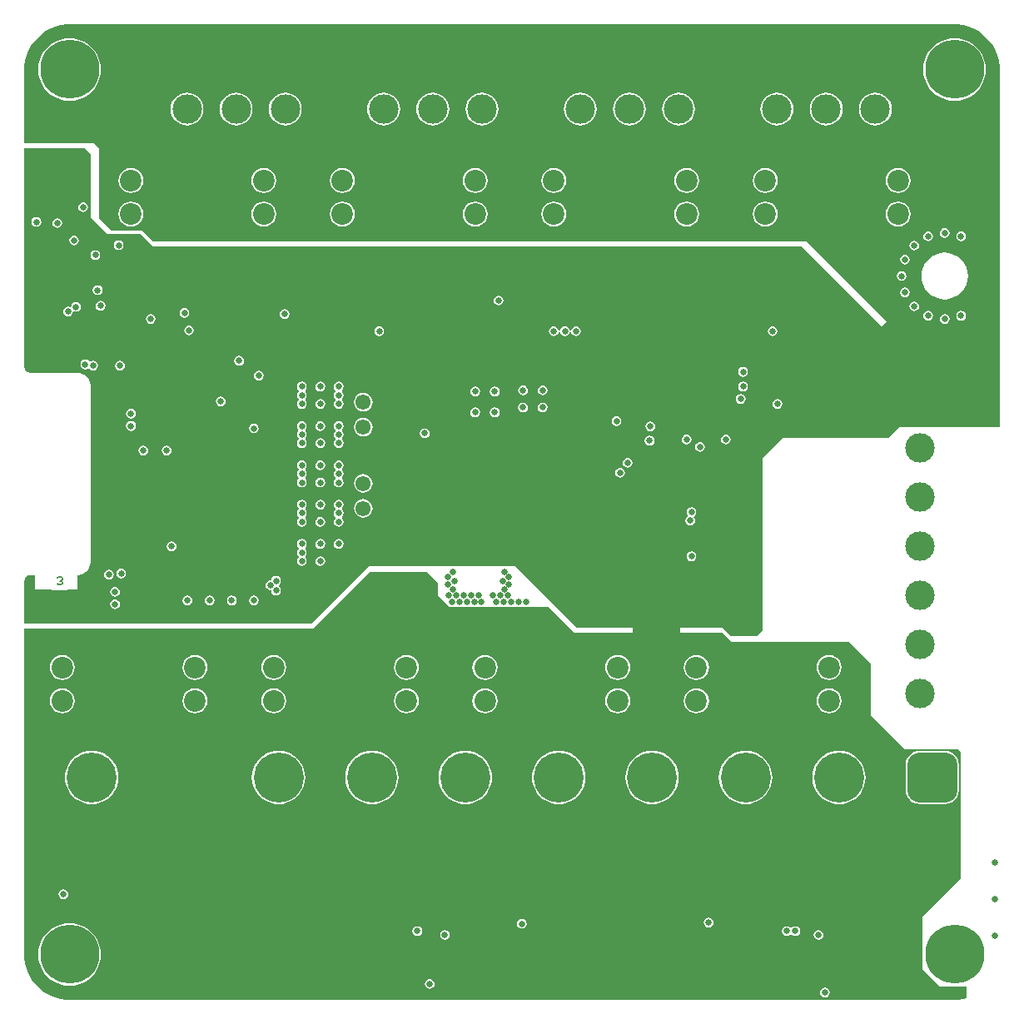
<source format=gbr>
%TF.GenerationSoftware,Altium Limited,Altium Designer,25.8.1 (18)*%
G04 Layer_Physical_Order=3*
G04 Layer_Color=16440176*
%FSLAX45Y45*%
%MOMM*%
%TF.SameCoordinates,5F8AD7AF-A6C7-491F-921A-1EE88451CE46*%
%TF.FilePolarity,Positive*%
%TF.FileFunction,Copper,L3,Inr,Signal*%
%TF.Part,Single*%
G01*
G75*
%TA.AperFunction,NonConductor*%
%ADD49C,0.16000*%
%TA.AperFunction,ComponentPad*%
%ADD50C,5.08000*%
G04:AMPARAMS|DCode=51|XSize=5.08mm|YSize=5.08mm|CornerRadius=1.27mm|HoleSize=0mm|Usage=FLASHONLY|Rotation=0.000|XOffset=0mm|YOffset=0mm|HoleType=Round|Shape=RoundedRectangle|*
%AMROUNDEDRECTD51*
21,1,5.08000,2.54000,0,0,0.0*
21,1,2.54000,5.08000,0,0,0.0*
1,1,2.54000,1.27000,-1.27000*
1,1,2.54000,-1.27000,-1.27000*
1,1,2.54000,-1.27000,1.27000*
1,1,2.54000,1.27000,1.27000*
%
%ADD51ROUNDEDRECTD51*%
%ADD53C,1.55000*%
%ADD54C,3.00000*%
%ADD55R,1.55000X1.55000*%
%ADD56C,1.45000*%
%ADD57C,0.80000*%
%ADD58C,6.00000*%
%TA.AperFunction,ViaPad*%
%ADD59C,0.65000*%
%TA.AperFunction,ComponentPad*%
G04:AMPARAMS|DCode=60|XSize=2.2mm|YSize=2.2mm|CornerRadius=1.1mm|HoleSize=0mm|Usage=FLASHONLY|Rotation=0.000|XOffset=0mm|YOffset=0mm|HoleType=Round|Shape=RoundedRectangle|*
%AMROUNDEDRECTD60*
21,1,2.20000,0.00000,0,0,0.0*
21,1,0.00000,2.20000,0,0,0.0*
1,1,2.20000,0.00000,0.00000*
1,1,2.20000,0.00000,0.00000*
1,1,2.20000,0.00000,0.00000*
1,1,2.20000,0.00000,0.00000*
%
%ADD60ROUNDEDRECTD60*%
G36*
X9589780Y9951360D02*
X9647928Y9935780D01*
X9703541Y9912744D01*
X9755673Y9882645D01*
X9803432Y9845999D01*
X9845998Y9803433D01*
X9882644Y9755675D01*
X9912744Y9703541D01*
X9935780Y9647928D01*
X9951360Y9589780D01*
X9959218Y9530099D01*
Y9500000D01*
Y5862500D01*
X8937500D01*
X8825000Y5750000D01*
X7750000D01*
X7550000Y5550000D01*
Y3800000D01*
X7487500Y3737500D01*
X7225000D01*
X7137500Y3825000D01*
X6718536Y3825000D01*
X6718536Y3825000D01*
X6712499D01*
X6712499Y3812500D01*
X6712500Y3810000D01*
Y3775000D01*
X7137500D01*
X7237500Y3675000D01*
X8425000D01*
X8650000Y3450000D01*
Y2937500D01*
X9000000Y2587500D01*
X9537500D01*
X9562500Y2562500D01*
Y1275000D01*
X9175000Y887500D01*
Y350000D01*
X9350000Y175000D01*
X9625000D01*
Y62500D01*
X9618957Y56457D01*
X9589780Y48639D01*
X9530099Y40782D01*
X469900D01*
X410219Y48639D01*
X352071Y64220D01*
X296459Y87256D01*
X244326Y117354D01*
X196568Y154000D01*
X154001Y196567D01*
X117355Y244325D01*
X87256Y296459D01*
X64220Y352071D01*
X48639Y410220D01*
X40782Y469901D01*
Y500000D01*
Y3812500D01*
X2975000D01*
X3550000Y4387500D01*
X4137500D01*
X4250000Y4275000D01*
Y4150000D01*
X4368750Y4031250D01*
X5368749D01*
X5625000Y3775000D01*
X6225000D01*
Y3825000D01*
X5650000D01*
X5275000Y4200000D01*
X5025000Y4450000D01*
X3550000Y4450000D01*
X2962500Y3862500D01*
X40782Y3862500D01*
Y4305833D01*
X43058Y4317273D01*
X47522Y4328049D01*
X54002Y4337749D01*
X62250Y4345997D01*
X71950Y4352478D01*
X82727Y4356942D01*
X94168Y4359218D01*
X100001Y4359218D01*
X145677D01*
Y4225000D01*
X146957Y4218562D01*
X150604Y4213104D01*
X156062Y4209457D01*
X162500Y4208176D01*
X320842D01*
Y4207513D01*
X479158D01*
Y4208176D01*
X562500D01*
X568938Y4209457D01*
X574396Y4213104D01*
X578043Y4218562D01*
X579323Y4225000D01*
Y4359381D01*
X586802Y4359748D01*
X589735Y4360483D01*
X592758D01*
X611985Y4364307D01*
X615696Y4365845D01*
X619635Y4366628D01*
X637746Y4374130D01*
X641086Y4376361D01*
X644797Y4377899D01*
X661097Y4388790D01*
X663937Y4391630D01*
X667277Y4393861D01*
X681138Y4407723D01*
X683369Y4411062D01*
X686210Y4413903D01*
X697101Y4430202D01*
X698639Y4433914D01*
X700870Y4437254D01*
X708372Y4455365D01*
X709155Y4459304D01*
X710693Y4463015D01*
X714517Y4482242D01*
Y4485265D01*
X715251Y4488196D01*
X715733Y4497998D01*
X715584Y4499003D01*
X715782Y4500000D01*
Y6274999D01*
X715584Y6275995D01*
X715733Y6277001D01*
X715252Y6286802D01*
X714517Y6289734D01*
Y6292757D01*
X710693Y6311984D01*
X709155Y6315695D01*
X708372Y6319634D01*
X700870Y6337745D01*
X698639Y6341085D01*
X697101Y6344797D01*
X686210Y6361096D01*
X683370Y6363936D01*
X681138Y6367276D01*
X667277Y6381137D01*
X663938Y6383368D01*
X661097Y6386209D01*
X644798Y6397100D01*
X641086Y6398638D01*
X637746Y6400869D01*
X619635Y6408371D01*
X615696Y6409155D01*
X611985Y6410692D01*
X592758Y6414516D01*
X589735D01*
X586803Y6415251D01*
X577001Y6415732D01*
X575996Y6415583D01*
X575000Y6415781D01*
X94167D01*
X82727Y6418057D01*
X71950Y6422521D01*
X62251Y6429002D01*
X54003Y6437250D01*
X47522Y6446950D01*
X43058Y6457726D01*
X40782Y6469167D01*
X40782Y6475000D01*
X40782Y8700000D01*
X650000D01*
X712500Y8637500D01*
X712500Y8000000D01*
X887500Y7825000D01*
X1225000D01*
X1350000Y7700000D01*
X7950000D01*
X8762500Y6887500D01*
X8812500Y6937500D01*
X8000000Y7750000D01*
X1350000D01*
X1237500Y7862500D01*
X924999D01*
X800000Y7987500D01*
Y8700000D01*
X750000Y8750000D01*
X40782D01*
Y9500000D01*
Y9530099D01*
X48639Y9589780D01*
X64220Y9647928D01*
X87256Y9703541D01*
X117354Y9755673D01*
X154000Y9803432D01*
X196567Y9845998D01*
X244325Y9882644D01*
X296459Y9912744D01*
X352071Y9935780D01*
X410220Y9951360D01*
X469901Y9959218D01*
X9530099D01*
X9589780Y9951360D01*
D02*
G37*
%LPC*%
G36*
X9500000Y9817478D02*
X9450335Y9813570D01*
X9401894Y9801940D01*
X9355867Y9782875D01*
X9313391Y9756845D01*
X9275508Y9724491D01*
X9243154Y9686609D01*
X9217124Y9644132D01*
X9198060Y9598106D01*
X9186430Y9549664D01*
X9182521Y9500000D01*
X9186430Y9450335D01*
X9198060Y9401894D01*
X9217124Y9355867D01*
X9243154Y9313391D01*
X9275508Y9275508D01*
X9313391Y9243154D01*
X9355867Y9217124D01*
X9401894Y9198060D01*
X9450335Y9186430D01*
X9500000Y9182521D01*
X9549664Y9186430D01*
X9598106Y9198060D01*
X9644132Y9217124D01*
X9686609Y9243154D01*
X9724491Y9275508D01*
X9756845Y9313391D01*
X9782875Y9355867D01*
X9801940Y9401894D01*
X9813570Y9450335D01*
X9817478Y9500000D01*
X9813570Y9549664D01*
X9801940Y9598106D01*
X9782875Y9644132D01*
X9756845Y9686609D01*
X9724491Y9724491D01*
X9686609Y9756845D01*
X9644132Y9782875D01*
X9598106Y9801940D01*
X9549664Y9813570D01*
X9500000Y9817478D01*
D02*
G37*
G36*
X500000D02*
X450335Y9813570D01*
X401894Y9801940D01*
X355868Y9782875D01*
X313391Y9756845D01*
X275509Y9724491D01*
X243154Y9686609D01*
X217125Y9644132D01*
X198060Y9598106D01*
X186430Y9549664D01*
X182521Y9500000D01*
X186430Y9450335D01*
X198060Y9401894D01*
X217125Y9355867D01*
X243154Y9313391D01*
X275509Y9275508D01*
X313391Y9243154D01*
X355868Y9217124D01*
X401894Y9198060D01*
X450335Y9186430D01*
X500000Y9182521D01*
X549665Y9186430D01*
X598106Y9198060D01*
X644132Y9217124D01*
X686609Y9243154D01*
X724491Y9275508D01*
X756846Y9313391D01*
X782875Y9355867D01*
X801940Y9401894D01*
X813570Y9450335D01*
X817479Y9500000D01*
X813570Y9549664D01*
X801940Y9598106D01*
X782875Y9644132D01*
X756846Y9686609D01*
X724491Y9724491D01*
X686609Y9756845D01*
X644132Y9782875D01*
X598106Y9801940D01*
X549665Y9813570D01*
X500000Y9817478D01*
D02*
G37*
G36*
X8694000Y9265306D02*
X8661360Y9262091D01*
X8629975Y9252571D01*
X8601050Y9237110D01*
X8575697Y9216303D01*
X8554890Y9190950D01*
X8539429Y9162025D01*
X8529909Y9130640D01*
X8526694Y9098000D01*
X8529909Y9065360D01*
X8539429Y9033975D01*
X8554890Y9005050D01*
X8575697Y8979697D01*
X8601050Y8958890D01*
X8629975Y8943430D01*
X8661360Y8933909D01*
X8694000Y8930694D01*
X8726640Y8933909D01*
X8758025Y8943430D01*
X8786950Y8958890D01*
X8812303Y8979697D01*
X8833110Y9005050D01*
X8848570Y9033975D01*
X8858091Y9065360D01*
X8861306Y9098000D01*
X8858091Y9130640D01*
X8848570Y9162025D01*
X8833110Y9190950D01*
X8812303Y9216303D01*
X8786950Y9237110D01*
X8758025Y9252571D01*
X8726640Y9262091D01*
X8694000Y9265306D01*
D02*
G37*
G36*
X8194000D02*
X8161360Y9262091D01*
X8129975Y9252571D01*
X8101050Y9237110D01*
X8075697Y9216303D01*
X8054890Y9190950D01*
X8039429Y9162025D01*
X8029909Y9130640D01*
X8026694Y9098000D01*
X8029909Y9065360D01*
X8039429Y9033975D01*
X8054890Y9005050D01*
X8075697Y8979697D01*
X8101050Y8958890D01*
X8129975Y8943430D01*
X8161360Y8933909D01*
X8194000Y8930694D01*
X8226640Y8933909D01*
X8258025Y8943430D01*
X8286950Y8958890D01*
X8312303Y8979697D01*
X8333110Y9005050D01*
X8348570Y9033975D01*
X8358091Y9065360D01*
X8361306Y9098000D01*
X8358091Y9130640D01*
X8348570Y9162025D01*
X8333110Y9190950D01*
X8312303Y9216303D01*
X8286950Y9237110D01*
X8258025Y9252571D01*
X8226640Y9262091D01*
X8194000Y9265306D01*
D02*
G37*
G36*
X7694000D02*
X7661360Y9262091D01*
X7629975Y9252571D01*
X7601050Y9237110D01*
X7575697Y9216303D01*
X7554890Y9190950D01*
X7539430Y9162025D01*
X7529909Y9130640D01*
X7526694Y9098000D01*
X7529909Y9065360D01*
X7539430Y9033975D01*
X7554890Y9005050D01*
X7575697Y8979697D01*
X7601050Y8958890D01*
X7629975Y8943430D01*
X7661360Y8933909D01*
X7694000Y8930694D01*
X7726640Y8933909D01*
X7758025Y8943430D01*
X7786950Y8958890D01*
X7812303Y8979697D01*
X7833110Y9005050D01*
X7848571Y9033975D01*
X7858091Y9065360D01*
X7861306Y9098000D01*
X7858091Y9130640D01*
X7848571Y9162025D01*
X7833110Y9190950D01*
X7812303Y9216303D01*
X7786950Y9237110D01*
X7758025Y9252571D01*
X7726640Y9262091D01*
X7694000Y9265306D01*
D02*
G37*
G36*
X6694000D02*
X6661360Y9262091D01*
X6629975Y9252571D01*
X6601050Y9237110D01*
X6575697Y9216303D01*
X6554890Y9190950D01*
X6539430Y9162025D01*
X6529909Y9130640D01*
X6526694Y9098000D01*
X6529909Y9065360D01*
X6539430Y9033975D01*
X6554890Y9005050D01*
X6575697Y8979697D01*
X6601050Y8958890D01*
X6629975Y8943430D01*
X6661360Y8933909D01*
X6694000Y8930694D01*
X6726640Y8933909D01*
X6758025Y8943430D01*
X6786950Y8958890D01*
X6812303Y8979697D01*
X6833110Y9005050D01*
X6848571Y9033975D01*
X6858091Y9065360D01*
X6861306Y9098000D01*
X6858091Y9130640D01*
X6848571Y9162025D01*
X6833110Y9190950D01*
X6812303Y9216303D01*
X6786950Y9237110D01*
X6758025Y9252571D01*
X6726640Y9262091D01*
X6694000Y9265306D01*
D02*
G37*
G36*
X6194000D02*
X6161360Y9262091D01*
X6129975Y9252571D01*
X6101050Y9237110D01*
X6075697Y9216303D01*
X6054890Y9190950D01*
X6039430Y9162025D01*
X6029909Y9130640D01*
X6026694Y9098000D01*
X6029909Y9065360D01*
X6039430Y9033975D01*
X6054890Y9005050D01*
X6075697Y8979697D01*
X6101050Y8958890D01*
X6129975Y8943430D01*
X6161360Y8933909D01*
X6194000Y8930694D01*
X6226640Y8933909D01*
X6258025Y8943430D01*
X6286950Y8958890D01*
X6312303Y8979697D01*
X6333110Y9005050D01*
X6348570Y9033975D01*
X6358091Y9065360D01*
X6361306Y9098000D01*
X6358091Y9130640D01*
X6348570Y9162025D01*
X6333110Y9190950D01*
X6312303Y9216303D01*
X6286950Y9237110D01*
X6258025Y9252571D01*
X6226640Y9262091D01*
X6194000Y9265306D01*
D02*
G37*
G36*
X5694000D02*
X5661360Y9262091D01*
X5629975Y9252571D01*
X5601050Y9237110D01*
X5575697Y9216303D01*
X5554890Y9190950D01*
X5539430Y9162025D01*
X5529909Y9130640D01*
X5526694Y9098000D01*
X5529909Y9065360D01*
X5539430Y9033975D01*
X5554890Y9005050D01*
X5575697Y8979697D01*
X5601050Y8958890D01*
X5629975Y8943430D01*
X5661360Y8933909D01*
X5694000Y8930694D01*
X5726640Y8933909D01*
X5758025Y8943430D01*
X5786950Y8958890D01*
X5812303Y8979697D01*
X5833110Y9005050D01*
X5848570Y9033975D01*
X5858091Y9065360D01*
X5861306Y9098000D01*
X5858091Y9130640D01*
X5848570Y9162025D01*
X5833110Y9190950D01*
X5812303Y9216303D01*
X5786950Y9237110D01*
X5758025Y9252571D01*
X5726640Y9262091D01*
X5694000Y9265306D01*
D02*
G37*
G36*
X4694000D02*
X4661360Y9262091D01*
X4629975Y9252571D01*
X4601050Y9237110D01*
X4575697Y9216303D01*
X4554890Y9190950D01*
X4539430Y9162025D01*
X4529909Y9130640D01*
X4526694Y9098000D01*
X4529909Y9065360D01*
X4539430Y9033975D01*
X4554890Y9005050D01*
X4575697Y8979697D01*
X4601050Y8958890D01*
X4629975Y8943430D01*
X4661360Y8933909D01*
X4694000Y8930694D01*
X4726640Y8933909D01*
X4758025Y8943430D01*
X4786950Y8958890D01*
X4812303Y8979697D01*
X4833110Y9005050D01*
X4848570Y9033975D01*
X4858091Y9065360D01*
X4861306Y9098000D01*
X4858091Y9130640D01*
X4848570Y9162025D01*
X4833110Y9190950D01*
X4812303Y9216303D01*
X4786950Y9237110D01*
X4758025Y9252571D01*
X4726640Y9262091D01*
X4694000Y9265306D01*
D02*
G37*
G36*
X4194000D02*
X4161360Y9262091D01*
X4129975Y9252571D01*
X4101050Y9237110D01*
X4075697Y9216303D01*
X4054890Y9190950D01*
X4039430Y9162025D01*
X4029909Y9130640D01*
X4026694Y9098000D01*
X4029909Y9065360D01*
X4039430Y9033975D01*
X4054890Y9005050D01*
X4075697Y8979697D01*
X4101050Y8958890D01*
X4129975Y8943430D01*
X4161360Y8933909D01*
X4194000Y8930694D01*
X4226640Y8933909D01*
X4258025Y8943430D01*
X4286950Y8958890D01*
X4312303Y8979697D01*
X4333110Y9005050D01*
X4348570Y9033975D01*
X4358091Y9065360D01*
X4361306Y9098000D01*
X4358091Y9130640D01*
X4348570Y9162025D01*
X4333110Y9190950D01*
X4312303Y9216303D01*
X4286950Y9237110D01*
X4258025Y9252571D01*
X4226640Y9262091D01*
X4194000Y9265306D01*
D02*
G37*
G36*
X3694000D02*
X3661360Y9262091D01*
X3629975Y9252571D01*
X3601050Y9237110D01*
X3575697Y9216303D01*
X3554890Y9190950D01*
X3539430Y9162025D01*
X3529909Y9130640D01*
X3526694Y9098000D01*
X3529909Y9065360D01*
X3539430Y9033975D01*
X3554890Y9005050D01*
X3575697Y8979697D01*
X3601050Y8958890D01*
X3629975Y8943430D01*
X3661360Y8933909D01*
X3694000Y8930694D01*
X3726640Y8933909D01*
X3758025Y8943430D01*
X3786950Y8958890D01*
X3812303Y8979697D01*
X3833110Y9005050D01*
X3848570Y9033975D01*
X3858091Y9065360D01*
X3861306Y9098000D01*
X3858091Y9130640D01*
X3848570Y9162025D01*
X3833110Y9190950D01*
X3812303Y9216303D01*
X3786950Y9237110D01*
X3758025Y9252571D01*
X3726640Y9262091D01*
X3694000Y9265306D01*
D02*
G37*
G36*
X2694000D02*
X2661360Y9262091D01*
X2629975Y9252571D01*
X2601050Y9237110D01*
X2575697Y9216303D01*
X2554890Y9190950D01*
X2539430Y9162025D01*
X2529909Y9130640D01*
X2526694Y9098000D01*
X2529909Y9065360D01*
X2539430Y9033975D01*
X2554890Y9005050D01*
X2575697Y8979697D01*
X2601050Y8958890D01*
X2629975Y8943430D01*
X2661360Y8933909D01*
X2694000Y8930694D01*
X2726640Y8933909D01*
X2758025Y8943430D01*
X2786950Y8958890D01*
X2812303Y8979697D01*
X2833110Y9005050D01*
X2848570Y9033975D01*
X2858091Y9065360D01*
X2861306Y9098000D01*
X2858091Y9130640D01*
X2848570Y9162025D01*
X2833110Y9190950D01*
X2812303Y9216303D01*
X2786950Y9237110D01*
X2758025Y9252571D01*
X2726640Y9262091D01*
X2694000Y9265306D01*
D02*
G37*
G36*
X2194000D02*
X2161360Y9262091D01*
X2129975Y9252571D01*
X2101050Y9237110D01*
X2075697Y9216303D01*
X2054890Y9190950D01*
X2039429Y9162025D01*
X2029909Y9130640D01*
X2026694Y9098000D01*
X2029909Y9065360D01*
X2039429Y9033975D01*
X2054890Y9005050D01*
X2075697Y8979697D01*
X2101050Y8958890D01*
X2129975Y8943430D01*
X2161360Y8933909D01*
X2194000Y8930694D01*
X2226640Y8933909D01*
X2258025Y8943430D01*
X2286950Y8958890D01*
X2312303Y8979697D01*
X2333110Y9005050D01*
X2348570Y9033975D01*
X2358091Y9065360D01*
X2361306Y9098000D01*
X2358091Y9130640D01*
X2348570Y9162025D01*
X2333110Y9190950D01*
X2312303Y9216303D01*
X2286950Y9237110D01*
X2258025Y9252571D01*
X2226640Y9262091D01*
X2194000Y9265306D01*
D02*
G37*
G36*
X1694000D02*
X1661360Y9262091D01*
X1629975Y9252571D01*
X1601050Y9237110D01*
X1575697Y9216303D01*
X1554890Y9190950D01*
X1539429Y9162025D01*
X1529909Y9130640D01*
X1526694Y9098000D01*
X1529909Y9065360D01*
X1539429Y9033975D01*
X1554890Y9005050D01*
X1575697Y8979697D01*
X1601050Y8958890D01*
X1629975Y8943430D01*
X1661360Y8933909D01*
X1694000Y8930694D01*
X1726639Y8933909D01*
X1758025Y8943430D01*
X1786950Y8958890D01*
X1812303Y8979697D01*
X1833109Y9005050D01*
X1848570Y9033975D01*
X1858091Y9065360D01*
X1861305Y9098000D01*
X1858091Y9130640D01*
X1848570Y9162025D01*
X1833109Y9190950D01*
X1812303Y9216303D01*
X1786950Y9237110D01*
X1758025Y9252571D01*
X1726639Y9262091D01*
X1694000Y9265306D01*
D02*
G37*
G36*
X8925000Y8497592D02*
X8891977Y8493244D01*
X8861204Y8480498D01*
X8834779Y8460221D01*
X8814502Y8433796D01*
X8801756Y8403023D01*
X8797408Y8370000D01*
X8801756Y8336977D01*
X8814502Y8306204D01*
X8834779Y8279779D01*
X8861204Y8259502D01*
X8891977Y8246756D01*
X8925000Y8242408D01*
X8958023Y8246756D01*
X8988796Y8259502D01*
X9015221Y8279779D01*
X9035498Y8306204D01*
X9048244Y8336977D01*
X9052591Y8370000D01*
X9048244Y8403023D01*
X9035498Y8433796D01*
X9015221Y8460221D01*
X8988796Y8480498D01*
X8958023Y8493244D01*
X8925000Y8497592D01*
D02*
G37*
G36*
X7575000D02*
X7541977Y8493244D01*
X7511204Y8480498D01*
X7484779Y8460221D01*
X7464502Y8433796D01*
X7451756Y8403023D01*
X7447409Y8370000D01*
X7451756Y8336977D01*
X7464502Y8306204D01*
X7484779Y8279779D01*
X7511204Y8259502D01*
X7541977Y8246756D01*
X7575000Y8242408D01*
X7608023Y8246756D01*
X7638796Y8259502D01*
X7665221Y8279779D01*
X7685498Y8306204D01*
X7698244Y8336977D01*
X7702592Y8370000D01*
X7698244Y8403023D01*
X7685498Y8433796D01*
X7665221Y8460221D01*
X7638796Y8480498D01*
X7608023Y8493244D01*
X7575000Y8497592D01*
D02*
G37*
G36*
X6775000D02*
X6741977Y8493244D01*
X6711204Y8480498D01*
X6684779Y8460221D01*
X6664502Y8433796D01*
X6651756Y8403023D01*
X6647408Y8370000D01*
X6651756Y8336977D01*
X6664502Y8306204D01*
X6684779Y8279779D01*
X6711204Y8259502D01*
X6741977Y8246756D01*
X6775000Y8242408D01*
X6808023Y8246756D01*
X6838796Y8259502D01*
X6865221Y8279779D01*
X6885498Y8306204D01*
X6898244Y8336977D01*
X6902591Y8370000D01*
X6898244Y8403023D01*
X6885498Y8433796D01*
X6865221Y8460221D01*
X6838796Y8480498D01*
X6808023Y8493244D01*
X6775000Y8497592D01*
D02*
G37*
G36*
X5425000D02*
X5391977Y8493244D01*
X5361204Y8480498D01*
X5334779Y8460221D01*
X5314502Y8433796D01*
X5301756Y8403023D01*
X5297409Y8370000D01*
X5301756Y8336977D01*
X5314502Y8306204D01*
X5334779Y8279779D01*
X5361204Y8259502D01*
X5391977Y8246756D01*
X5425000Y8242408D01*
X5458023Y8246756D01*
X5488796Y8259502D01*
X5515221Y8279779D01*
X5535498Y8306204D01*
X5548244Y8336977D01*
X5552592Y8370000D01*
X5548244Y8403023D01*
X5535498Y8433796D01*
X5515221Y8460221D01*
X5488796Y8480498D01*
X5458023Y8493244D01*
X5425000Y8497592D01*
D02*
G37*
G36*
X4625000D02*
X4591977Y8493244D01*
X4561204Y8480498D01*
X4534779Y8460221D01*
X4514502Y8433796D01*
X4501756Y8403023D01*
X4497408Y8370000D01*
X4501756Y8336977D01*
X4514502Y8306204D01*
X4534779Y8279779D01*
X4561204Y8259502D01*
X4591977Y8246756D01*
X4625000Y8242408D01*
X4658023Y8246756D01*
X4688795Y8259502D01*
X4715220Y8279779D01*
X4735497Y8306204D01*
X4748244Y8336977D01*
X4752591Y8370000D01*
X4748244Y8403023D01*
X4735497Y8433796D01*
X4715220Y8460221D01*
X4688795Y8480498D01*
X4658023Y8493244D01*
X4625000Y8497592D01*
D02*
G37*
G36*
X3275000D02*
X3241977Y8493244D01*
X3211204Y8480498D01*
X3184779Y8460221D01*
X3164502Y8433796D01*
X3151756Y8403023D01*
X3147408Y8370000D01*
X3151756Y8336977D01*
X3164502Y8306204D01*
X3184779Y8279779D01*
X3211204Y8259502D01*
X3241977Y8246756D01*
X3275000Y8242408D01*
X3308023Y8246756D01*
X3338795Y8259502D01*
X3365221Y8279779D01*
X3385497Y8306204D01*
X3398244Y8336977D01*
X3402591Y8370000D01*
X3398244Y8403023D01*
X3385497Y8433796D01*
X3365221Y8460221D01*
X3338795Y8480498D01*
X3308023Y8493244D01*
X3275000Y8497592D01*
D02*
G37*
G36*
X2475000D02*
X2441977Y8493244D01*
X2411204Y8480498D01*
X2384779Y8460221D01*
X2364502Y8433796D01*
X2351756Y8403023D01*
X2347408Y8370000D01*
X2351756Y8336977D01*
X2364502Y8306204D01*
X2384779Y8279779D01*
X2411204Y8259502D01*
X2441977Y8246756D01*
X2475000Y8242408D01*
X2508023Y8246756D01*
X2538796Y8259502D01*
X2565221Y8279779D01*
X2585497Y8306204D01*
X2598244Y8336977D01*
X2602591Y8370000D01*
X2598244Y8403023D01*
X2585497Y8433796D01*
X2565221Y8460221D01*
X2538796Y8480498D01*
X2508023Y8493244D01*
X2475000Y8497592D01*
D02*
G37*
G36*
X1125000D02*
X1091977Y8493244D01*
X1061204Y8480498D01*
X1034779Y8460221D01*
X1014502Y8433796D01*
X1001756Y8403023D01*
X997408Y8370000D01*
X1001756Y8336977D01*
X1014502Y8306204D01*
X1034779Y8279779D01*
X1061204Y8259502D01*
X1091977Y8246756D01*
X1125000Y8242408D01*
X1158023Y8246756D01*
X1188796Y8259502D01*
X1215221Y8279779D01*
X1235498Y8306204D01*
X1248244Y8336977D01*
X1252592Y8370000D01*
X1248244Y8403023D01*
X1235498Y8433796D01*
X1215221Y8460221D01*
X1188796Y8480498D01*
X1158023Y8493244D01*
X1125000Y8497592D01*
D02*
G37*
G36*
X637500Y8149960D02*
X618381Y8146157D01*
X602173Y8135327D01*
X591342Y8119118D01*
X587540Y8100000D01*
X591342Y8080881D01*
X602173Y8064672D01*
X618381Y8053842D01*
X637500Y8050040D01*
X656618Y8053842D01*
X672827Y8064672D01*
X683657Y8080881D01*
X687460Y8100000D01*
X683657Y8119118D01*
X672827Y8135327D01*
X656618Y8146157D01*
X637500Y8149960D01*
D02*
G37*
G36*
X8925000Y8157592D02*
X8891977Y8153244D01*
X8861204Y8140498D01*
X8834779Y8120221D01*
X8814502Y8093796D01*
X8801756Y8063023D01*
X8797408Y8030000D01*
X8801756Y7996977D01*
X8814502Y7966205D01*
X8834779Y7939779D01*
X8861204Y7919503D01*
X8891977Y7906756D01*
X8925000Y7902409D01*
X8958023Y7906756D01*
X8988796Y7919503D01*
X9015221Y7939779D01*
X9035498Y7966205D01*
X9048244Y7996977D01*
X9052591Y8030000D01*
X9048244Y8063023D01*
X9035498Y8093796D01*
X9015221Y8120221D01*
X8988796Y8140498D01*
X8958023Y8153244D01*
X8925000Y8157592D01*
D02*
G37*
G36*
X7575000D02*
X7541977Y8153244D01*
X7511204Y8140498D01*
X7484779Y8120221D01*
X7464502Y8093796D01*
X7451756Y8063023D01*
X7447409Y8030000D01*
X7451756Y7996977D01*
X7464502Y7966205D01*
X7484779Y7939779D01*
X7511204Y7919503D01*
X7541977Y7906756D01*
X7575000Y7902409D01*
X7608023Y7906756D01*
X7638796Y7919503D01*
X7665221Y7939779D01*
X7685498Y7966205D01*
X7698244Y7996977D01*
X7702592Y8030000D01*
X7698244Y8063023D01*
X7685498Y8093796D01*
X7665221Y8120221D01*
X7638796Y8140498D01*
X7608023Y8153244D01*
X7575000Y8157592D01*
D02*
G37*
G36*
X6775000D02*
X6741977Y8153244D01*
X6711204Y8140498D01*
X6684779Y8120221D01*
X6664502Y8093796D01*
X6651756Y8063023D01*
X6647408Y8030000D01*
X6651756Y7996977D01*
X6664502Y7966205D01*
X6684779Y7939779D01*
X6711204Y7919503D01*
X6741977Y7906756D01*
X6775000Y7902409D01*
X6808023Y7906756D01*
X6838796Y7919503D01*
X6865221Y7939779D01*
X6885498Y7966205D01*
X6898244Y7996977D01*
X6902591Y8030000D01*
X6898244Y8063023D01*
X6885498Y8093796D01*
X6865221Y8120221D01*
X6838796Y8140498D01*
X6808023Y8153244D01*
X6775000Y8157592D01*
D02*
G37*
G36*
X5425000D02*
X5391977Y8153244D01*
X5361204Y8140498D01*
X5334779Y8120221D01*
X5314502Y8093796D01*
X5301756Y8063023D01*
X5297409Y8030000D01*
X5301756Y7996977D01*
X5314502Y7966205D01*
X5334779Y7939779D01*
X5361204Y7919503D01*
X5391977Y7906756D01*
X5425000Y7902409D01*
X5458023Y7906756D01*
X5488796Y7919503D01*
X5515221Y7939779D01*
X5535498Y7966205D01*
X5548244Y7996977D01*
X5552592Y8030000D01*
X5548244Y8063023D01*
X5535498Y8093796D01*
X5515221Y8120221D01*
X5488796Y8140498D01*
X5458023Y8153244D01*
X5425000Y8157592D01*
D02*
G37*
G36*
X4625000D02*
X4591977Y8153244D01*
X4561204Y8140498D01*
X4534779Y8120221D01*
X4514502Y8093796D01*
X4501756Y8063023D01*
X4497408Y8030000D01*
X4501756Y7996977D01*
X4514502Y7966205D01*
X4534779Y7939779D01*
X4561204Y7919503D01*
X4591977Y7906756D01*
X4625000Y7902409D01*
X4658023Y7906756D01*
X4688795Y7919503D01*
X4715220Y7939779D01*
X4735497Y7966205D01*
X4748244Y7996977D01*
X4752591Y8030000D01*
X4748244Y8063023D01*
X4735497Y8093796D01*
X4715220Y8120221D01*
X4688795Y8140498D01*
X4658023Y8153244D01*
X4625000Y8157592D01*
D02*
G37*
G36*
X3275000D02*
X3241977Y8153244D01*
X3211204Y8140498D01*
X3184779Y8120221D01*
X3164502Y8093796D01*
X3151756Y8063023D01*
X3147408Y8030000D01*
X3151756Y7996977D01*
X3164502Y7966205D01*
X3184779Y7939779D01*
X3211204Y7919503D01*
X3241977Y7906756D01*
X3275000Y7902409D01*
X3308023Y7906756D01*
X3338795Y7919503D01*
X3365221Y7939779D01*
X3385497Y7966205D01*
X3398244Y7996977D01*
X3402591Y8030000D01*
X3398244Y8063023D01*
X3385497Y8093796D01*
X3365221Y8120221D01*
X3338795Y8140498D01*
X3308023Y8153244D01*
X3275000Y8157592D01*
D02*
G37*
G36*
X2475000D02*
X2441977Y8153244D01*
X2411204Y8140498D01*
X2384779Y8120221D01*
X2364502Y8093796D01*
X2351756Y8063023D01*
X2347408Y8030000D01*
X2351756Y7996977D01*
X2364502Y7966205D01*
X2384779Y7939779D01*
X2411204Y7919503D01*
X2441977Y7906756D01*
X2475000Y7902409D01*
X2508023Y7906756D01*
X2538796Y7919503D01*
X2565221Y7939779D01*
X2585497Y7966205D01*
X2598244Y7996977D01*
X2602591Y8030000D01*
X2598244Y8063023D01*
X2585497Y8093796D01*
X2565221Y8120221D01*
X2538796Y8140498D01*
X2508023Y8153244D01*
X2475000Y8157592D01*
D02*
G37*
G36*
X1125000D02*
X1091977Y8153244D01*
X1061204Y8140498D01*
X1034779Y8120221D01*
X1014502Y8093796D01*
X1001756Y8063023D01*
X997408Y8030000D01*
X1001756Y7996977D01*
X1014502Y7966205D01*
X1034779Y7939779D01*
X1061204Y7919503D01*
X1091977Y7906756D01*
X1125000Y7902409D01*
X1158023Y7906756D01*
X1188796Y7919503D01*
X1215221Y7939779D01*
X1235498Y7966205D01*
X1248244Y7996977D01*
X1252592Y8030000D01*
X1248244Y8063023D01*
X1235498Y8093796D01*
X1215221Y8120221D01*
X1188796Y8140498D01*
X1158023Y8153244D01*
X1125000Y8157592D01*
D02*
G37*
G36*
X162500Y7999960D02*
X143381Y7996157D01*
X127172Y7985327D01*
X116342Y7969118D01*
X112540Y7950000D01*
X116342Y7930881D01*
X127172Y7914673D01*
X143381Y7903842D01*
X162500Y7900040D01*
X181618Y7903842D01*
X197827Y7914673D01*
X208657Y7930881D01*
X212460Y7950000D01*
X208657Y7969118D01*
X197827Y7985327D01*
X181618Y7996157D01*
X162500Y7999960D01*
D02*
G37*
G36*
X375000Y7987460D02*
X355881Y7983657D01*
X339673Y7972827D01*
X328843Y7956619D01*
X325040Y7937500D01*
X328843Y7918381D01*
X339673Y7902173D01*
X355881Y7891343D01*
X375000Y7887540D01*
X394119Y7891343D01*
X410327Y7902173D01*
X421157Y7918381D01*
X424960Y7937500D01*
X421157Y7956619D01*
X410327Y7972827D01*
X394119Y7983657D01*
X375000Y7987460D01*
D02*
G37*
G36*
X9400000Y7887460D02*
X9380881Y7883657D01*
X9364673Y7872827D01*
X9353843Y7856619D01*
X9350040Y7837500D01*
X9353843Y7818381D01*
X9364673Y7802173D01*
X9380881Y7791343D01*
X9400000Y7787540D01*
X9419119Y7791343D01*
X9435327Y7802173D01*
X9446157Y7818381D01*
X9449960Y7837500D01*
X9446157Y7856619D01*
X9435327Y7872827D01*
X9419119Y7883657D01*
X9400000Y7887460D01*
D02*
G37*
G36*
X9567424Y7854157D02*
X9548305Y7850354D01*
X9532097Y7839524D01*
X9521267Y7823316D01*
X9517464Y7804197D01*
X9521267Y7785078D01*
X9532097Y7768870D01*
X9548305Y7758040D01*
X9567424Y7754237D01*
X9586543Y7758040D01*
X9602751Y7768870D01*
X9613581Y7785078D01*
X9617384Y7804197D01*
X9613581Y7823316D01*
X9602751Y7839524D01*
X9586543Y7850354D01*
X9567424Y7854157D01*
D02*
G37*
G36*
X9232576D02*
X9213457Y7850354D01*
X9197249Y7839524D01*
X9186419Y7823316D01*
X9182616Y7804197D01*
X9186419Y7785078D01*
X9197249Y7768870D01*
X9213457Y7758040D01*
X9232576Y7754237D01*
X9251695Y7758040D01*
X9267903Y7768870D01*
X9278733Y7785078D01*
X9282536Y7804197D01*
X9278733Y7823316D01*
X9267903Y7839524D01*
X9251695Y7850354D01*
X9232576Y7854157D01*
D02*
G37*
G36*
X546269Y7812312D02*
X527150Y7808509D01*
X510942Y7797679D01*
X500112Y7781471D01*
X496309Y7762352D01*
X500112Y7743233D01*
X510942Y7727025D01*
X527150Y7716195D01*
X546269Y7712392D01*
X565388Y7716195D01*
X581596Y7727025D01*
X592426Y7743233D01*
X596229Y7762352D01*
X592426Y7781471D01*
X581596Y7797679D01*
X565388Y7808509D01*
X546269Y7812312D01*
D02*
G37*
G36*
X999999Y7762460D02*
X980880Y7758657D01*
X964672Y7747827D01*
X953842Y7731619D01*
X950039Y7712500D01*
X953842Y7693381D01*
X964672Y7677173D01*
X980880Y7666343D01*
X999999Y7662540D01*
X1019118Y7666343D01*
X1035326Y7677173D01*
X1046156Y7693381D01*
X1049959Y7712500D01*
X1046156Y7731619D01*
X1035326Y7747827D01*
X1019118Y7758657D01*
X999999Y7762460D01*
D02*
G37*
G36*
X9090641Y7759319D02*
X9071522Y7755516D01*
X9055314Y7744686D01*
X9044484Y7728478D01*
X9040681Y7709359D01*
X9044484Y7690240D01*
X9055314Y7674032D01*
X9071522Y7663202D01*
X9090641Y7659399D01*
X9109760Y7663202D01*
X9125968Y7674032D01*
X9136798Y7690240D01*
X9140601Y7709359D01*
X9136798Y7728478D01*
X9125968Y7744686D01*
X9109760Y7755516D01*
X9090641Y7759319D01*
D02*
G37*
G36*
X762499Y7662460D02*
X743381Y7658657D01*
X727172Y7647827D01*
X716342Y7631618D01*
X712539Y7612500D01*
X716342Y7593381D01*
X727172Y7577173D01*
X743381Y7566343D01*
X762499Y7562540D01*
X781618Y7566343D01*
X797826Y7577173D01*
X808656Y7593381D01*
X812459Y7612500D01*
X808656Y7631618D01*
X797826Y7647827D01*
X781618Y7658657D01*
X762499Y7662460D01*
D02*
G37*
G36*
X8995803Y7617384D02*
X8976684Y7613581D01*
X8960476Y7602751D01*
X8949646Y7586543D01*
X8945843Y7567424D01*
X8949646Y7548305D01*
X8960476Y7532097D01*
X8976684Y7521267D01*
X8995803Y7517464D01*
X9014922Y7521267D01*
X9031130Y7532097D01*
X9041960Y7548305D01*
X9045763Y7567424D01*
X9041960Y7586543D01*
X9031130Y7602751D01*
X9014922Y7613581D01*
X8995803Y7617384D01*
D02*
G37*
G36*
X8962500Y7449960D02*
X8943381Y7446157D01*
X8927173Y7435327D01*
X8916343Y7419119D01*
X8912540Y7400000D01*
X8916343Y7380881D01*
X8927173Y7364673D01*
X8943381Y7353843D01*
X8962500Y7350040D01*
X8981619Y7353843D01*
X8997827Y7364673D01*
X9008657Y7380881D01*
X9012460Y7400000D01*
X9008657Y7419119D01*
X8997827Y7435327D01*
X8981619Y7446157D01*
X8962500Y7449960D01*
D02*
G37*
G36*
X786467Y7306073D02*
X767348Y7302270D01*
X751139Y7291440D01*
X740309Y7275232D01*
X736507Y7256113D01*
X740309Y7236994D01*
X751139Y7220786D01*
X767348Y7209956D01*
X786467Y7206153D01*
X805585Y7209956D01*
X821794Y7220786D01*
X832624Y7236994D01*
X836427Y7256113D01*
X832624Y7275232D01*
X821794Y7291440D01*
X805585Y7302270D01*
X786467Y7306073D01*
D02*
G37*
G36*
X8995803Y7282536D02*
X8976684Y7278733D01*
X8960476Y7267903D01*
X8949646Y7251695D01*
X8945843Y7232576D01*
X8949646Y7213457D01*
X8960476Y7197249D01*
X8976684Y7186419D01*
X8995803Y7182616D01*
X9014922Y7186419D01*
X9031130Y7197249D01*
X9041960Y7213457D01*
X9045763Y7232576D01*
X9041960Y7251695D01*
X9031130Y7267903D01*
X9014922Y7278733D01*
X8995803Y7282536D01*
D02*
G37*
G36*
X9400000Y7637644D02*
X9353638Y7633078D01*
X9309058Y7619554D01*
X9267972Y7597594D01*
X9231960Y7568040D01*
X9202406Y7532028D01*
X9180445Y7490942D01*
X9166922Y7446362D01*
X9162356Y7400000D01*
X9166922Y7353638D01*
X9180445Y7309058D01*
X9202406Y7267972D01*
X9231960Y7231960D01*
X9267972Y7202406D01*
X9309058Y7180445D01*
X9353638Y7166922D01*
X9400000Y7162356D01*
X9446362Y7166922D01*
X9490942Y7180445D01*
X9532028Y7202406D01*
X9568040Y7231960D01*
X9597594Y7267972D01*
X9619555Y7309058D01*
X9633078Y7353638D01*
X9637644Y7400000D01*
X9633078Y7446362D01*
X9619555Y7490942D01*
X9597594Y7532028D01*
X9568040Y7568040D01*
X9532028Y7597594D01*
X9490942Y7619554D01*
X9446362Y7633078D01*
X9400000Y7637644D01*
D02*
G37*
G36*
X4862500Y7199960D02*
X4843381Y7196157D01*
X4827173Y7185327D01*
X4816343Y7169119D01*
X4812540Y7150000D01*
X4816343Y7130881D01*
X4827173Y7114673D01*
X4843381Y7103843D01*
X4862500Y7100040D01*
X4881619Y7103843D01*
X4897827Y7114673D01*
X4908657Y7130881D01*
X4912460Y7150000D01*
X4908657Y7169119D01*
X4897827Y7185327D01*
X4881619Y7196157D01*
X4862500Y7199960D01*
D02*
G37*
G36*
X565786Y7136013D02*
X546667Y7132211D01*
X530459Y7121380D01*
X519629Y7105172D01*
X517461Y7094274D01*
X504987Y7085743D01*
X501615Y7085647D01*
X485000Y7088952D01*
X465881Y7085149D01*
X449672Y7074319D01*
X438842Y7058111D01*
X435040Y7038992D01*
X438842Y7019873D01*
X449672Y7003665D01*
X465881Y6992835D01*
X485000Y6989032D01*
X504118Y6992835D01*
X520327Y7003665D01*
X531157Y7019873D01*
X533325Y7030771D01*
X545799Y7039302D01*
X549170Y7039398D01*
X565786Y7036093D01*
X584905Y7039896D01*
X601113Y7050726D01*
X611943Y7066935D01*
X615746Y7086053D01*
X611943Y7105172D01*
X601113Y7121380D01*
X584905Y7132211D01*
X565786Y7136013D01*
D02*
G37*
G36*
X815255Y7146394D02*
X796136Y7142592D01*
X779928Y7131761D01*
X769098Y7115553D01*
X765295Y7096434D01*
X769098Y7077316D01*
X779928Y7061107D01*
X796136Y7050277D01*
X815255Y7046474D01*
X834374Y7050277D01*
X850582Y7061107D01*
X861412Y7077316D01*
X865215Y7096434D01*
X861412Y7115553D01*
X850582Y7131761D01*
X834374Y7142592D01*
X815255Y7146394D01*
D02*
G37*
G36*
X9090641Y7140601D02*
X9071522Y7136798D01*
X9055314Y7125968D01*
X9044484Y7109759D01*
X9040681Y7090641D01*
X9044484Y7071522D01*
X9055314Y7055314D01*
X9071522Y7044483D01*
X9090641Y7040681D01*
X9109760Y7044483D01*
X9125968Y7055314D01*
X9136798Y7071522D01*
X9140601Y7090641D01*
X9136798Y7109759D01*
X9125968Y7125968D01*
X9109760Y7136798D01*
X9090641Y7140601D01*
D02*
G37*
G36*
X1668750Y7074960D02*
X1649631Y7071157D01*
X1633423Y7060327D01*
X1622593Y7044119D01*
X1618790Y7025000D01*
X1622593Y7005881D01*
X1633423Y6989673D01*
X1649631Y6978843D01*
X1668750Y6975040D01*
X1687869Y6978843D01*
X1704077Y6989673D01*
X1714907Y7005881D01*
X1718710Y7025000D01*
X1714907Y7044119D01*
X1704077Y7060327D01*
X1687869Y7071157D01*
X1668750Y7074960D01*
D02*
G37*
G36*
X2687500Y7062460D02*
X2668381Y7058657D01*
X2652173Y7047827D01*
X2641343Y7031619D01*
X2637540Y7012500D01*
X2641343Y6993381D01*
X2652173Y6977173D01*
X2668381Y6966343D01*
X2687500Y6962540D01*
X2706619Y6966343D01*
X2722827Y6977173D01*
X2733657Y6993381D01*
X2737460Y7012500D01*
X2733657Y7031619D01*
X2722827Y7047827D01*
X2706619Y7058657D01*
X2687500Y7062460D01*
D02*
G37*
G36*
X9567424Y7045763D02*
X9548305Y7041960D01*
X9532097Y7031130D01*
X9521267Y7014921D01*
X9517464Y6995803D01*
X9521267Y6976684D01*
X9532097Y6960476D01*
X9548305Y6949645D01*
X9567424Y6945843D01*
X9586543Y6949645D01*
X9602751Y6960476D01*
X9613581Y6976684D01*
X9617384Y6995803D01*
X9613581Y7014921D01*
X9602751Y7031130D01*
X9586543Y7041960D01*
X9567424Y7045763D01*
D02*
G37*
G36*
X9232576D02*
X9213457Y7041960D01*
X9197249Y7031130D01*
X9186419Y7014921D01*
X9182616Y6995803D01*
X9186419Y6976684D01*
X9197249Y6960476D01*
X9213457Y6949645D01*
X9232576Y6945843D01*
X9251695Y6949645D01*
X9267903Y6960476D01*
X9278733Y6976684D01*
X9282536Y6995803D01*
X9278733Y7014921D01*
X9267903Y7031130D01*
X9251695Y7041960D01*
X9232576Y7045763D01*
D02*
G37*
G36*
X9400000Y7012460D02*
X9380881Y7008657D01*
X9364673Y6997827D01*
X9353843Y6981619D01*
X9350040Y6962500D01*
X9353843Y6943381D01*
X9364673Y6927173D01*
X9380881Y6916343D01*
X9400000Y6912540D01*
X9419119Y6916343D01*
X9435327Y6927173D01*
X9446157Y6943381D01*
X9449960Y6962500D01*
X9446157Y6981619D01*
X9435327Y6997827D01*
X9419119Y7008657D01*
X9400000Y7012460D01*
D02*
G37*
G36*
X1324999Y7012460D02*
X1305880Y7008657D01*
X1289672Y6997827D01*
X1278842Y6981618D01*
X1275039Y6962500D01*
X1278842Y6943381D01*
X1289672Y6927173D01*
X1305880Y6916343D01*
X1324999Y6912540D01*
X1344118Y6916343D01*
X1360326Y6927173D01*
X1371156Y6943381D01*
X1374959Y6962500D01*
X1371156Y6981618D01*
X1360326Y6997827D01*
X1344118Y7008657D01*
X1324999Y7012460D01*
D02*
G37*
G36*
X5650000Y6887460D02*
X5630881Y6883657D01*
X5614673Y6872827D01*
X5603843Y6856619D01*
X5601646Y6845575D01*
X5601396Y6844323D01*
X5586103D01*
X5585854Y6845574D01*
X5583657Y6856619D01*
X5572827Y6872827D01*
X5556619Y6883657D01*
X5537500Y6887460D01*
X5518381Y6883657D01*
X5502173Y6872827D01*
X5491343Y6856619D01*
X5489146Y6845575D01*
X5488897Y6844323D01*
X5473603D01*
X5473354Y6845574D01*
X5471157Y6856619D01*
X5460327Y6872827D01*
X5444119Y6883657D01*
X5425000Y6887460D01*
X5405881Y6883657D01*
X5389673Y6872827D01*
X5378843Y6856619D01*
X5375040Y6837500D01*
X5378843Y6818381D01*
X5389673Y6802173D01*
X5405881Y6791343D01*
X5425000Y6787540D01*
X5444119Y6791343D01*
X5460327Y6802173D01*
X5471157Y6818381D01*
X5473354Y6829425D01*
X5473603Y6830677D01*
X5488897D01*
X5489146Y6829426D01*
X5491343Y6818381D01*
X5502173Y6802173D01*
X5518381Y6791343D01*
X5537500Y6787540D01*
X5556619Y6791343D01*
X5572827Y6802173D01*
X5583657Y6818381D01*
X5585854Y6829425D01*
X5586103Y6830677D01*
X5601396D01*
X5601646Y6829426D01*
X5603843Y6818381D01*
X5614673Y6802173D01*
X5630881Y6791343D01*
X5650000Y6787540D01*
X5669119Y6791343D01*
X5685327Y6802173D01*
X5696157Y6818381D01*
X5699960Y6837500D01*
X5696157Y6856619D01*
X5685327Y6872827D01*
X5669119Y6883657D01*
X5650000Y6887460D01*
D02*
G37*
G36*
X1714373Y6896993D02*
X1695254Y6893190D01*
X1679046Y6882360D01*
X1668216Y6866152D01*
X1664413Y6847033D01*
X1668216Y6827914D01*
X1679046Y6811706D01*
X1695254Y6800876D01*
X1714373Y6797073D01*
X1733492Y6800876D01*
X1749700Y6811706D01*
X1760530Y6827914D01*
X1764333Y6847033D01*
X1760530Y6866152D01*
X1749700Y6882360D01*
X1733492Y6893190D01*
X1714373Y6896993D01*
D02*
G37*
G36*
X7650000Y6887460D02*
X7630881Y6883657D01*
X7614673Y6872827D01*
X7603843Y6856619D01*
X7600040Y6837500D01*
X7603843Y6818381D01*
X7614673Y6802173D01*
X7630881Y6791343D01*
X7650000Y6787540D01*
X7669119Y6791343D01*
X7685327Y6802173D01*
X7696157Y6818381D01*
X7699960Y6837500D01*
X7696157Y6856619D01*
X7685327Y6872827D01*
X7669119Y6883657D01*
X7650000Y6887460D01*
D02*
G37*
G36*
X3650000D02*
X3630881Y6883657D01*
X3614673Y6872827D01*
X3603843Y6856619D01*
X3600040Y6837500D01*
X3603843Y6818381D01*
X3614673Y6802173D01*
X3630881Y6791343D01*
X3650000Y6787540D01*
X3669119Y6791343D01*
X3685327Y6802173D01*
X3696157Y6818381D01*
X3699960Y6837500D01*
X3696157Y6856619D01*
X3685327Y6872827D01*
X3669119Y6883657D01*
X3650000Y6887460D01*
D02*
G37*
G36*
X2225000Y6587460D02*
X2205881Y6583657D01*
X2189673Y6572827D01*
X2178843Y6556619D01*
X2175040Y6537500D01*
X2178843Y6518381D01*
X2189673Y6502173D01*
X2205881Y6491343D01*
X2225000Y6487540D01*
X2244119Y6491343D01*
X2260327Y6502173D01*
X2271157Y6518381D01*
X2274960Y6537500D01*
X2271157Y6556619D01*
X2260327Y6572827D01*
X2244119Y6583657D01*
X2225000Y6587460D01*
D02*
G37*
G36*
X659999Y6551452D02*
X640881Y6547649D01*
X624672Y6536819D01*
X613842Y6520611D01*
X610039Y6501492D01*
X613842Y6482373D01*
X624672Y6466165D01*
X640881Y6455335D01*
X659999Y6451532D01*
X679118Y6455335D01*
X695326Y6466165D01*
X696111D01*
X705064Y6452766D01*
X721272Y6441936D01*
X740391Y6438133D01*
X759510Y6441936D01*
X775718Y6452766D01*
X786548Y6468974D01*
X790351Y6488093D01*
X786548Y6507212D01*
X775718Y6523420D01*
X759510Y6534250D01*
X740391Y6538053D01*
X721272Y6534250D01*
X705064Y6523420D01*
X704279D01*
X695327Y6536819D01*
X679118Y6547649D01*
X659999Y6551452D01*
D02*
G37*
G36*
X1012500Y6537460D02*
X993381Y6533657D01*
X977173Y6522827D01*
X966343Y6506619D01*
X962540Y6487500D01*
X966343Y6468381D01*
X977173Y6452173D01*
X993381Y6441343D01*
X1012500Y6437540D01*
X1031619Y6441343D01*
X1047827Y6452173D01*
X1058657Y6468381D01*
X1062460Y6487500D01*
X1058657Y6506619D01*
X1047827Y6522827D01*
X1031619Y6533657D01*
X1012500Y6537460D01*
D02*
G37*
G36*
X7350000Y6474960D02*
X7330881Y6471157D01*
X7314673Y6460327D01*
X7303843Y6444119D01*
X7300040Y6425000D01*
X7303843Y6405881D01*
X7314673Y6389673D01*
X7330881Y6378843D01*
X7350000Y6375040D01*
X7369119Y6378843D01*
X7385327Y6389673D01*
X7396157Y6405881D01*
X7399960Y6425000D01*
X7396157Y6444119D01*
X7385327Y6460327D01*
X7369119Y6471157D01*
X7350000Y6474960D01*
D02*
G37*
G36*
X2424999Y6435960D02*
X2405880Y6432157D01*
X2389672Y6421327D01*
X2378842Y6405119D01*
X2375039Y6386000D01*
X2378842Y6366881D01*
X2389672Y6350673D01*
X2405880Y6339843D01*
X2424999Y6336040D01*
X2444118Y6339843D01*
X2460326Y6350673D01*
X2471156Y6366881D01*
X2474959Y6386000D01*
X2471156Y6405119D01*
X2460326Y6421327D01*
X2444118Y6432157D01*
X2424999Y6435960D01*
D02*
G37*
G36*
X7350000Y6324960D02*
X7330881Y6321157D01*
X7314673Y6310327D01*
X7303843Y6294119D01*
X7300040Y6275000D01*
X7303843Y6255881D01*
X7314673Y6239673D01*
X7330881Y6228843D01*
X7350000Y6225040D01*
X7369119Y6228843D01*
X7385327Y6239673D01*
X7396157Y6255881D01*
X7399960Y6275000D01*
X7396157Y6294119D01*
X7385327Y6310327D01*
X7369119Y6321157D01*
X7350000Y6324960D01*
D02*
G37*
G36*
X3049999Y6324959D02*
X3030881Y6321156D01*
X3014672Y6310326D01*
X3003842Y6294118D01*
X3000039Y6274999D01*
X3003842Y6255880D01*
X3014672Y6239672D01*
X3030881Y6228842D01*
X3049999Y6225039D01*
X3069118Y6228842D01*
X3085327Y6239672D01*
X3096157Y6255880D01*
X3099960Y6274999D01*
X3096157Y6294118D01*
X3085327Y6310326D01*
X3069118Y6321156D01*
X3049999Y6324959D01*
D02*
G37*
G36*
X5312500Y6287460D02*
X5293381Y6283657D01*
X5277173Y6272827D01*
X5266343Y6256619D01*
X5262540Y6237500D01*
X5266343Y6218381D01*
X5277173Y6202173D01*
X5293381Y6191343D01*
X5312500Y6187540D01*
X5331619Y6191343D01*
X5347827Y6202173D01*
X5358657Y6218381D01*
X5362460Y6237500D01*
X5358657Y6256619D01*
X5347827Y6272827D01*
X5331619Y6283657D01*
X5312500Y6287460D01*
D02*
G37*
G36*
X5112500D02*
X5093381Y6283657D01*
X5077173Y6272827D01*
X5066343Y6256619D01*
X5062540Y6237500D01*
X5066343Y6218381D01*
X5077173Y6202173D01*
X5093381Y6191343D01*
X5112500Y6187540D01*
X5131619Y6191343D01*
X5147827Y6202173D01*
X5158657Y6218381D01*
X5162460Y6237500D01*
X5158657Y6256619D01*
X5147827Y6272827D01*
X5131619Y6283657D01*
X5112500Y6287460D01*
D02*
G37*
G36*
X4825000Y6274960D02*
X4805881Y6271157D01*
X4789673Y6260327D01*
X4778843Y6244119D01*
X4775040Y6225000D01*
X4778843Y6205881D01*
X4789673Y6189673D01*
X4805881Y6178843D01*
X4825000Y6175040D01*
X4844119Y6178843D01*
X4860327Y6189673D01*
X4871157Y6205881D01*
X4874960Y6225000D01*
X4871157Y6244119D01*
X4860327Y6260327D01*
X4844119Y6271157D01*
X4825000Y6274960D01*
D02*
G37*
G36*
X4625000D02*
X4605881Y6271157D01*
X4589673Y6260327D01*
X4578843Y6244119D01*
X4575040Y6225000D01*
X4578843Y6205881D01*
X4589673Y6189673D01*
X4605881Y6178843D01*
X4625000Y6175040D01*
X4644119Y6178843D01*
X4660327Y6189673D01*
X4671157Y6205881D01*
X4674960Y6225000D01*
X4671157Y6244119D01*
X4660327Y6260327D01*
X4644119Y6271157D01*
X4625000Y6274960D01*
D02*
G37*
G36*
X7325000Y6199960D02*
X7305881Y6196157D01*
X7289673Y6185327D01*
X7278843Y6169119D01*
X7275040Y6150000D01*
X7278843Y6130881D01*
X7289673Y6114673D01*
X7305881Y6103843D01*
X7325000Y6100040D01*
X7344119Y6103843D01*
X7360327Y6114673D01*
X7371157Y6130881D01*
X7374960Y6150000D01*
X7371157Y6169119D01*
X7360327Y6185327D01*
X7344119Y6196157D01*
X7325000Y6199960D01*
D02*
G37*
G36*
X2037500Y6174960D02*
X2018381Y6171157D01*
X2002173Y6160327D01*
X1991343Y6144119D01*
X1987540Y6125000D01*
X1991343Y6105881D01*
X2002173Y6089673D01*
X2018381Y6078843D01*
X2037500Y6075040D01*
X2056619Y6078843D01*
X2072827Y6089673D01*
X2083657Y6105881D01*
X2087460Y6125000D01*
X2083657Y6144119D01*
X2072827Y6160327D01*
X2056619Y6171157D01*
X2037500Y6174960D01*
D02*
G37*
G36*
X7700000Y6149960D02*
X7680881Y6146157D01*
X7664673Y6135327D01*
X7653843Y6119119D01*
X7650040Y6100000D01*
X7653843Y6080881D01*
X7664673Y6064673D01*
X7680881Y6053843D01*
X7700000Y6050040D01*
X7719119Y6053843D01*
X7735327Y6064673D01*
X7746157Y6080881D01*
X7749960Y6100000D01*
X7746157Y6119119D01*
X7735327Y6135327D01*
X7719119Y6146157D01*
X7700000Y6149960D01*
D02*
G37*
G36*
X3237500Y6324959D02*
X3218381Y6321157D01*
X3202173Y6310326D01*
X3191343Y6294118D01*
X3187540Y6274999D01*
X3191343Y6255881D01*
X3202173Y6239672D01*
X3203554Y6238749D01*
Y6226209D01*
X3201621Y6222001D01*
X3191342Y6206618D01*
X3187539Y6187499D01*
X3191342Y6168380D01*
X3201620Y6152998D01*
X3203553Y6148788D01*
Y6136249D01*
X3202173Y6135327D01*
X3191343Y6119118D01*
X3187540Y6099999D01*
X3191343Y6080881D01*
X3202173Y6064672D01*
X3218381Y6053842D01*
X3237500Y6050039D01*
X3256619Y6053842D01*
X3272827Y6064672D01*
X3283657Y6080881D01*
X3287460Y6099999D01*
X3283657Y6119118D01*
X3273379Y6134500D01*
X3271446Y6138710D01*
Y6151249D01*
X3272827Y6152172D01*
X3283657Y6168380D01*
X3287460Y6187499D01*
X3283657Y6206618D01*
X3272827Y6222826D01*
X3271445Y6223749D01*
Y6236289D01*
X3273379Y6240498D01*
X3283657Y6255881D01*
X3287460Y6274999D01*
X3283657Y6294118D01*
X3272827Y6310326D01*
X3256619Y6321157D01*
X3237500Y6324959D01*
D02*
G37*
G36*
X2862500D02*
X2843381Y6321157D01*
X2827173Y6310326D01*
X2816343Y6294118D01*
X2812540Y6274999D01*
X2816343Y6255881D01*
X2826621Y6240499D01*
X2828554Y6236289D01*
Y6223750D01*
X2827173Y6222827D01*
X2816343Y6206619D01*
X2812540Y6187500D01*
X2816343Y6168381D01*
X2827173Y6152173D01*
X2828554Y6151250D01*
Y6138710D01*
X2826621Y6134501D01*
X2816343Y6119118D01*
X2812540Y6099999D01*
X2816343Y6080881D01*
X2827173Y6064672D01*
X2843381Y6053842D01*
X2862500Y6050039D01*
X2881619Y6053842D01*
X2897827Y6064672D01*
X2908657Y6080881D01*
X2912460Y6099999D01*
X2908657Y6119118D01*
X2897827Y6135327D01*
X2896445Y6136250D01*
Y6148790D01*
X2898379Y6152998D01*
X2908657Y6168381D01*
X2912460Y6187500D01*
X2908657Y6206619D01*
X2898379Y6222001D01*
X2896446Y6226211D01*
Y6238750D01*
X2897827Y6239672D01*
X2908657Y6255881D01*
X2912460Y6274999D01*
X2908657Y6294118D01*
X2897827Y6310326D01*
X2881619Y6321157D01*
X2862500Y6324959D01*
D02*
G37*
G36*
X3049999Y6149959D02*
X3030881Y6146156D01*
X3014672Y6135326D01*
X3003842Y6119118D01*
X3000039Y6099999D01*
X3003842Y6080880D01*
X3014672Y6064672D01*
X3030881Y6053842D01*
X3049999Y6050039D01*
X3069118Y6053842D01*
X3085327Y6064672D01*
X3096157Y6080880D01*
X3099960Y6099999D01*
X3096157Y6119118D01*
X3085327Y6135326D01*
X3069118Y6146156D01*
X3049999Y6149959D01*
D02*
G37*
G36*
X3487500Y6211311D02*
X3462961Y6208081D01*
X3440094Y6198609D01*
X3420458Y6183542D01*
X3405391Y6163906D01*
X3395920Y6141039D01*
X3392689Y6116500D01*
X3395920Y6091961D01*
X3405391Y6069095D01*
X3420458Y6049459D01*
X3440094Y6034391D01*
X3462961Y6024920D01*
X3487500Y6021689D01*
X3512039Y6024920D01*
X3534906Y6034391D01*
X3554542Y6049459D01*
X3569609Y6069095D01*
X3579080Y6091961D01*
X3582311Y6116500D01*
X3579080Y6141039D01*
X3569609Y6163906D01*
X3554542Y6183542D01*
X3534906Y6198609D01*
X3512039Y6208081D01*
X3487500Y6211311D01*
D02*
G37*
G36*
X5312500Y6112460D02*
X5293381Y6108657D01*
X5277173Y6097827D01*
X5266343Y6081619D01*
X5262540Y6062500D01*
X5266343Y6043381D01*
X5277173Y6027173D01*
X5293381Y6016343D01*
X5312500Y6012540D01*
X5331619Y6016343D01*
X5347827Y6027173D01*
X5358657Y6043381D01*
X5362460Y6062500D01*
X5358657Y6081619D01*
X5347827Y6097827D01*
X5331619Y6108657D01*
X5312500Y6112460D01*
D02*
G37*
G36*
X5112500D02*
X5093381Y6108657D01*
X5077173Y6097827D01*
X5066343Y6081619D01*
X5062540Y6062500D01*
X5066343Y6043381D01*
X5077173Y6027173D01*
X5093381Y6016343D01*
X5112500Y6012540D01*
X5131619Y6016343D01*
X5147827Y6027173D01*
X5158657Y6043381D01*
X5162460Y6062500D01*
X5158657Y6081619D01*
X5147827Y6097827D01*
X5131619Y6108657D01*
X5112500Y6112460D01*
D02*
G37*
G36*
X4825000Y6062460D02*
X4805881Y6058657D01*
X4789673Y6047827D01*
X4778843Y6031619D01*
X4775040Y6012500D01*
X4778843Y5993381D01*
X4789673Y5977173D01*
X4805881Y5966343D01*
X4825000Y5962540D01*
X4844119Y5966343D01*
X4860327Y5977173D01*
X4871157Y5993381D01*
X4874960Y6012500D01*
X4871157Y6031619D01*
X4860327Y6047827D01*
X4844119Y6058657D01*
X4825000Y6062460D01*
D02*
G37*
G36*
X4625000D02*
X4605881Y6058657D01*
X4589673Y6047827D01*
X4578843Y6031619D01*
X4575040Y6012500D01*
X4578843Y5993381D01*
X4589673Y5977173D01*
X4605881Y5966343D01*
X4625000Y5962540D01*
X4644119Y5966343D01*
X4660327Y5977173D01*
X4671157Y5993381D01*
X4674960Y6012500D01*
X4671157Y6031619D01*
X4660327Y6047827D01*
X4644119Y6058657D01*
X4625000Y6062460D01*
D02*
G37*
G36*
X1125000Y6049960D02*
X1105881Y6046157D01*
X1089673Y6035327D01*
X1078843Y6019119D01*
X1075040Y6000000D01*
X1078843Y5980881D01*
X1089673Y5964673D01*
X1105881Y5953843D01*
X1125000Y5950040D01*
X1144119Y5953843D01*
X1160327Y5964673D01*
X1171157Y5980881D01*
X1174960Y6000000D01*
X1171157Y6019119D01*
X1160327Y6035327D01*
X1144119Y6046157D01*
X1125000Y6049960D01*
D02*
G37*
G36*
X6062500Y5974960D02*
X6043381Y5971157D01*
X6027173Y5960327D01*
X6016343Y5944119D01*
X6012540Y5925000D01*
X6016343Y5905881D01*
X6027173Y5889673D01*
X6043381Y5878843D01*
X6062500Y5875040D01*
X6081619Y5878843D01*
X6097827Y5889673D01*
X6108657Y5905881D01*
X6112460Y5925000D01*
X6108657Y5944119D01*
X6097827Y5960327D01*
X6081619Y5971157D01*
X6062500Y5974960D01*
D02*
G37*
G36*
X1125000Y5924960D02*
X1105881Y5921157D01*
X1089673Y5910327D01*
X1078843Y5894119D01*
X1075040Y5875000D01*
X1078843Y5855881D01*
X1089673Y5839673D01*
X1105881Y5828843D01*
X1125000Y5825040D01*
X1144119Y5828843D01*
X1160327Y5839673D01*
X1171157Y5855881D01*
X1174960Y5875000D01*
X1171157Y5894119D01*
X1160327Y5910327D01*
X1144119Y5921157D01*
X1125000Y5924960D01*
D02*
G37*
G36*
X3049999Y5923460D02*
X3030881Y5919657D01*
X3014672Y5908827D01*
X3003842Y5892619D01*
X3000039Y5873500D01*
X3003842Y5854381D01*
X3014672Y5838173D01*
X3030881Y5827343D01*
X3049999Y5823540D01*
X3069118Y5827343D01*
X3085327Y5838173D01*
X3096157Y5854381D01*
X3099960Y5873500D01*
X3096157Y5892619D01*
X3085327Y5908827D01*
X3069118Y5919657D01*
X3049999Y5923460D01*
D02*
G37*
G36*
X6406414Y5920621D02*
X6387295Y5916818D01*
X6371087Y5905988D01*
X6360257Y5889780D01*
X6356454Y5870661D01*
X6360257Y5851542D01*
X6371087Y5835334D01*
X6387295Y5824504D01*
X6406414Y5820701D01*
X6425532Y5824504D01*
X6441741Y5835334D01*
X6452571Y5851542D01*
X6456374Y5870661D01*
X6452571Y5889780D01*
X6441741Y5905988D01*
X6425532Y5916818D01*
X6406414Y5920621D01*
D02*
G37*
G36*
X2375000Y5899960D02*
X2355881Y5896157D01*
X2339673Y5885327D01*
X2328843Y5869119D01*
X2325040Y5850000D01*
X2328843Y5830881D01*
X2339673Y5814673D01*
X2355881Y5803843D01*
X2375000Y5800040D01*
X2394119Y5803843D01*
X2410327Y5814673D01*
X2421157Y5830881D01*
X2424960Y5850000D01*
X2421157Y5869119D01*
X2410327Y5885327D01*
X2394119Y5896157D01*
X2375000Y5899960D01*
D02*
G37*
G36*
X3487500Y5957311D02*
X3462961Y5954081D01*
X3440094Y5944609D01*
X3420458Y5929542D01*
X3405391Y5909906D01*
X3395920Y5887039D01*
X3392689Y5862500D01*
X3395920Y5837961D01*
X3405391Y5815095D01*
X3420458Y5795459D01*
X3440094Y5780391D01*
X3462961Y5770920D01*
X3487500Y5767689D01*
X3512039Y5770920D01*
X3534906Y5780391D01*
X3554542Y5795459D01*
X3569609Y5815095D01*
X3579080Y5837961D01*
X3582311Y5862500D01*
X3579080Y5887039D01*
X3569609Y5909906D01*
X3554542Y5929542D01*
X3534906Y5944609D01*
X3512039Y5954081D01*
X3487500Y5957311D01*
D02*
G37*
G36*
X4112500Y5849960D02*
X4093381Y5846157D01*
X4077173Y5835327D01*
X4066343Y5819119D01*
X4062540Y5800000D01*
X4066343Y5780881D01*
X4077173Y5764673D01*
X4093381Y5753843D01*
X4112500Y5750040D01*
X4131619Y5753843D01*
X4147827Y5764673D01*
X4158657Y5780881D01*
X4162460Y5800000D01*
X4158657Y5819119D01*
X4147827Y5835327D01*
X4131619Y5846157D01*
X4112500Y5849960D01*
D02*
G37*
G36*
X7175000Y5787460D02*
X7155881Y5783657D01*
X7139673Y5772827D01*
X7128843Y5756619D01*
X7125040Y5737500D01*
X7128843Y5718381D01*
X7139673Y5702173D01*
X7155881Y5691343D01*
X7175000Y5687540D01*
X7194119Y5691343D01*
X7210327Y5702173D01*
X7221157Y5718381D01*
X7224960Y5737500D01*
X7221157Y5756619D01*
X7210327Y5772827D01*
X7194119Y5783657D01*
X7175000Y5787460D01*
D02*
G37*
G36*
X6775000D02*
X6755881Y5783657D01*
X6739673Y5772827D01*
X6728843Y5756619D01*
X6725040Y5737500D01*
X6728843Y5718381D01*
X6739673Y5702173D01*
X6755881Y5691343D01*
X6775000Y5687540D01*
X6794119Y5691343D01*
X6810327Y5702173D01*
X6821157Y5718381D01*
X6824960Y5737500D01*
X6821157Y5756619D01*
X6810327Y5772827D01*
X6794119Y5783657D01*
X6775000Y5787460D01*
D02*
G37*
G36*
X6400000Y5774960D02*
X6380881Y5771157D01*
X6364673Y5760327D01*
X6353843Y5744119D01*
X6350040Y5725000D01*
X6353843Y5705881D01*
X6364673Y5689673D01*
X6380881Y5678843D01*
X6400000Y5675040D01*
X6419119Y5678843D01*
X6435327Y5689673D01*
X6446157Y5705881D01*
X6449960Y5725000D01*
X6446157Y5744119D01*
X6435327Y5760327D01*
X6419119Y5771157D01*
X6400000Y5774960D01*
D02*
G37*
G36*
X3237500Y5924959D02*
X3218381Y5921157D01*
X3202173Y5910327D01*
X3191343Y5894118D01*
X3187540Y5874999D01*
X3191343Y5855881D01*
X3202173Y5839672D01*
X3203554Y5838749D01*
Y5826209D01*
X3201621Y5822001D01*
X3191342Y5806618D01*
X3187539Y5787499D01*
X3191342Y5768380D01*
X3201620Y5752998D01*
X3203553Y5748788D01*
Y5736249D01*
X3202173Y5735327D01*
X3191343Y5719118D01*
X3187540Y5700000D01*
X3191343Y5680881D01*
X3202173Y5664672D01*
X3218381Y5653842D01*
X3237500Y5650039D01*
X3256619Y5653842D01*
X3272827Y5664672D01*
X3283657Y5680881D01*
X3287460Y5700000D01*
X3283657Y5719118D01*
X3273379Y5734500D01*
X3271446Y5738710D01*
Y5751249D01*
X3272827Y5752172D01*
X3283657Y5768380D01*
X3287460Y5787499D01*
X3283657Y5806618D01*
X3272827Y5822826D01*
X3271445Y5823749D01*
Y5836289D01*
X3273379Y5840498D01*
X3283657Y5855881D01*
X3287460Y5874999D01*
X3283657Y5894118D01*
X3272827Y5910327D01*
X3256619Y5921157D01*
X3237500Y5924959D01*
D02*
G37*
G36*
X2862500Y5923460D02*
X2843381Y5919657D01*
X2827173Y5908827D01*
X2816343Y5892619D01*
X2812540Y5873500D01*
X2816343Y5854381D01*
X2825928Y5840036D01*
X2827431Y5833969D01*
Y5823000D01*
X2827173Y5822827D01*
X2816343Y5806619D01*
X2812540Y5787500D01*
X2816343Y5768381D01*
X2827173Y5752173D01*
X2828554Y5751250D01*
Y5738710D01*
X2826621Y5734501D01*
X2816343Y5719118D01*
X2812540Y5700000D01*
X2816343Y5680881D01*
X2827173Y5664672D01*
X2843381Y5653842D01*
X2862500Y5650039D01*
X2881619Y5653842D01*
X2897827Y5664672D01*
X2908657Y5680881D01*
X2912460Y5700000D01*
X2908657Y5719118D01*
X2897827Y5735327D01*
X2896445Y5736250D01*
Y5748790D01*
X2898379Y5752998D01*
X2908657Y5768381D01*
X2912460Y5787500D01*
X2908657Y5806619D01*
X2899072Y5820964D01*
X2897568Y5827031D01*
Y5838000D01*
X2897827Y5838173D01*
X2908657Y5854381D01*
X2912460Y5873500D01*
X2908657Y5892619D01*
X2897827Y5908827D01*
X2881619Y5919657D01*
X2862500Y5923460D01*
D02*
G37*
G36*
X3049999Y5749959D02*
X3030881Y5746156D01*
X3014672Y5735326D01*
X3003842Y5719118D01*
X3000039Y5699999D01*
X3003842Y5680880D01*
X3014672Y5664672D01*
X3030881Y5653842D01*
X3049999Y5650039D01*
X3069118Y5653842D01*
X3085327Y5664672D01*
X3096157Y5680880D01*
X3099960Y5699999D01*
X3096157Y5719118D01*
X3085327Y5735326D01*
X3069118Y5746156D01*
X3049999Y5749959D01*
D02*
G37*
G36*
X6912500Y5712460D02*
X6893381Y5708657D01*
X6877173Y5697827D01*
X6866343Y5681619D01*
X6862540Y5662500D01*
X6866343Y5643381D01*
X6877173Y5627173D01*
X6893381Y5616343D01*
X6912500Y5612540D01*
X6931619Y5616343D01*
X6947827Y5627173D01*
X6958657Y5643381D01*
X6962460Y5662500D01*
X6958657Y5681619D01*
X6947827Y5697827D01*
X6931619Y5708657D01*
X6912500Y5712460D01*
D02*
G37*
G36*
X1487500Y5674960D02*
X1468381Y5671157D01*
X1452173Y5660327D01*
X1441343Y5644119D01*
X1437540Y5625000D01*
X1441343Y5605881D01*
X1452173Y5589673D01*
X1468381Y5578843D01*
X1487500Y5575040D01*
X1506619Y5578843D01*
X1522827Y5589673D01*
X1533657Y5605881D01*
X1537460Y5625000D01*
X1533657Y5644119D01*
X1522827Y5660327D01*
X1506619Y5671157D01*
X1487500Y5674960D01*
D02*
G37*
G36*
X1250000D02*
X1230881Y5671157D01*
X1214673Y5660327D01*
X1203843Y5644119D01*
X1200040Y5625000D01*
X1203843Y5605881D01*
X1214673Y5589673D01*
X1230881Y5578843D01*
X1250000Y5575040D01*
X1269119Y5578843D01*
X1285327Y5589673D01*
X1296157Y5605881D01*
X1299960Y5625000D01*
X1296157Y5644119D01*
X1285327Y5660327D01*
X1269119Y5671157D01*
X1250000Y5674960D01*
D02*
G37*
G36*
X6175000Y5549960D02*
X6155881Y5546157D01*
X6139673Y5535327D01*
X6128843Y5519119D01*
X6125040Y5500000D01*
X6128843Y5480881D01*
X6139673Y5464673D01*
X6155881Y5453843D01*
X6175000Y5450040D01*
X6194119Y5453843D01*
X6210327Y5464673D01*
X6221157Y5480881D01*
X6224960Y5500000D01*
X6221157Y5519119D01*
X6210327Y5535327D01*
X6194119Y5546157D01*
X6175000Y5549960D01*
D02*
G37*
G36*
X3049999Y5524959D02*
X3030881Y5521156D01*
X3014672Y5510326D01*
X3003842Y5494118D01*
X3000039Y5474999D01*
X3003842Y5455880D01*
X3014672Y5439672D01*
X3030881Y5428842D01*
X3049999Y5425039D01*
X3069118Y5428842D01*
X3085327Y5439672D01*
X3096157Y5455880D01*
X3099960Y5474999D01*
X3096157Y5494118D01*
X3085327Y5510326D01*
X3069118Y5521156D01*
X3049999Y5524959D01*
D02*
G37*
G36*
X6100000Y5449960D02*
X6080881Y5446157D01*
X6064673Y5435327D01*
X6053843Y5419119D01*
X6050040Y5400000D01*
X6053843Y5380881D01*
X6064673Y5364673D01*
X6080881Y5353843D01*
X6100000Y5350040D01*
X6119119Y5353843D01*
X6135327Y5364673D01*
X6146157Y5380881D01*
X6149960Y5400000D01*
X6146157Y5419119D01*
X6135327Y5435327D01*
X6119119Y5446157D01*
X6100000Y5449960D01*
D02*
G37*
G36*
X3237500Y5524959D02*
X3218381Y5521157D01*
X3202173Y5510327D01*
X3191343Y5494118D01*
X3187540Y5474999D01*
X3191343Y5455881D01*
X3201621Y5440498D01*
X3203554Y5436289D01*
Y5426209D01*
X3201621Y5422001D01*
X3191342Y5406618D01*
X3187539Y5387499D01*
X3191342Y5368380D01*
X3201620Y5352998D01*
X3203553Y5348788D01*
Y5338710D01*
X3201620Y5334500D01*
X3191343Y5319118D01*
X3187540Y5300000D01*
X3191343Y5280881D01*
X3202173Y5264672D01*
X3218381Y5253842D01*
X3237500Y5250040D01*
X3256619Y5253842D01*
X3272827Y5264672D01*
X3283657Y5280881D01*
X3287460Y5300000D01*
X3283657Y5319118D01*
X3272827Y5335327D01*
X3271446Y5336249D01*
Y5351249D01*
X3272827Y5352172D01*
X3283657Y5368380D01*
X3287460Y5387499D01*
X3283657Y5406618D01*
X3273378Y5422000D01*
X3271445Y5426209D01*
Y5436289D01*
X3273379Y5440498D01*
X3283657Y5455881D01*
X3287460Y5474999D01*
X3283657Y5494118D01*
X3272827Y5510327D01*
X3256619Y5521157D01*
X3237500Y5524959D01*
D02*
G37*
G36*
X2862500D02*
X2843381Y5521157D01*
X2827173Y5510327D01*
X2816343Y5494118D01*
X2812540Y5474999D01*
X2816343Y5455881D01*
X2827173Y5439672D01*
X2828554Y5438750D01*
Y5423750D01*
X2827173Y5422827D01*
X2816343Y5406619D01*
X2812540Y5387500D01*
X2816343Y5368381D01*
X2826621Y5352999D01*
X2828554Y5348790D01*
Y5338710D01*
X2826621Y5334501D01*
X2816343Y5319118D01*
X2812540Y5300000D01*
X2816343Y5280881D01*
X2827173Y5264672D01*
X2843381Y5253842D01*
X2862500Y5250040D01*
X2881619Y5253842D01*
X2897827Y5264672D01*
X2908657Y5280881D01*
X2912460Y5300000D01*
X2908657Y5319118D01*
X2898379Y5334501D01*
X2896445Y5338710D01*
Y5348790D01*
X2898379Y5352998D01*
X2908657Y5368381D01*
X2912460Y5387500D01*
X2908657Y5406619D01*
X2897827Y5422827D01*
X2896446Y5423750D01*
Y5438750D01*
X2897827Y5439672D01*
X2908657Y5455881D01*
X2912460Y5474999D01*
X2908657Y5494118D01*
X2897827Y5510327D01*
X2881619Y5521157D01*
X2862500Y5524959D01*
D02*
G37*
G36*
X3049999Y5349959D02*
X3030881Y5346156D01*
X3014672Y5335326D01*
X3003842Y5319118D01*
X3000039Y5299999D01*
X3003842Y5280880D01*
X3014672Y5264672D01*
X3030881Y5253842D01*
X3049999Y5250039D01*
X3069118Y5253842D01*
X3085327Y5264672D01*
X3096157Y5280880D01*
X3099960Y5299999D01*
X3096157Y5319118D01*
X3085327Y5335326D01*
X3069118Y5346156D01*
X3049999Y5349959D01*
D02*
G37*
G36*
X3487500Y5386311D02*
X3462961Y5383080D01*
X3440094Y5373609D01*
X3420458Y5358541D01*
X3405391Y5338906D01*
X3395920Y5316039D01*
X3392689Y5291500D01*
X3395920Y5266961D01*
X3405391Y5244094D01*
X3420458Y5224458D01*
X3440094Y5209391D01*
X3462961Y5199919D01*
X3487500Y5196689D01*
X3512039Y5199919D01*
X3534906Y5209391D01*
X3554542Y5224458D01*
X3569609Y5244094D01*
X3579080Y5266961D01*
X3582311Y5291500D01*
X3579080Y5316039D01*
X3569609Y5338906D01*
X3554542Y5358541D01*
X3534906Y5373609D01*
X3512039Y5383080D01*
X3487500Y5386311D01*
D02*
G37*
G36*
X3049999Y5124959D02*
X3030881Y5121156D01*
X3014672Y5110326D01*
X3003842Y5094118D01*
X3000039Y5074999D01*
X3003842Y5055880D01*
X3014672Y5039672D01*
X3030881Y5028842D01*
X3049999Y5025039D01*
X3069118Y5028842D01*
X3085327Y5039672D01*
X3096157Y5055880D01*
X3099960Y5074999D01*
X3096157Y5094118D01*
X3085327Y5110326D01*
X3069118Y5121156D01*
X3049999Y5124959D01*
D02*
G37*
G36*
X3487500Y5132311D02*
X3462961Y5129080D01*
X3440094Y5119609D01*
X3420458Y5104541D01*
X3405391Y5084906D01*
X3395920Y5062039D01*
X3392689Y5037500D01*
X3395920Y5012961D01*
X3405391Y4990094D01*
X3420458Y4970458D01*
X3440094Y4955391D01*
X3462961Y4945919D01*
X3487500Y4942689D01*
X3512039Y4945919D01*
X3534906Y4955391D01*
X3554542Y4970458D01*
X3569609Y4990094D01*
X3579080Y5012961D01*
X3582311Y5037500D01*
X3579080Y5062039D01*
X3569609Y5084906D01*
X3554542Y5104541D01*
X3534906Y5119609D01*
X3512039Y5129080D01*
X3487500Y5132311D01*
D02*
G37*
G36*
X6825000Y5049960D02*
X6805881Y5046157D01*
X6789673Y5035327D01*
X6778843Y5019119D01*
X6775040Y5000000D01*
X6778843Y4980881D01*
X6785897Y4970324D01*
X6789604Y4964545D01*
X6782529Y4951406D01*
X6777173Y4947827D01*
X6766343Y4931619D01*
X6762540Y4912500D01*
X6766343Y4893381D01*
X6777173Y4877173D01*
X6793381Y4866343D01*
X6812500Y4862540D01*
X6831619Y4866343D01*
X6847827Y4877173D01*
X6858657Y4893381D01*
X6862460Y4912500D01*
X6858657Y4931619D01*
X6851603Y4942176D01*
X6847896Y4947955D01*
X6854971Y4961094D01*
X6860327Y4964673D01*
X6871157Y4980881D01*
X6874960Y5000000D01*
X6871157Y5019119D01*
X6860327Y5035327D01*
X6844119Y5046157D01*
X6825000Y5049960D01*
D02*
G37*
G36*
X3237500Y5124960D02*
X3218381Y5121157D01*
X3202173Y5110327D01*
X3191343Y5094118D01*
X3187540Y5075000D01*
X3191343Y5055881D01*
X3201621Y5040498D01*
X3203554Y5036289D01*
Y5026209D01*
X3201621Y5022001D01*
X3191342Y5006618D01*
X3187539Y4987499D01*
X3191342Y4968380D01*
X3202172Y4952172D01*
X3203553Y4951249D01*
Y4936249D01*
X3202173Y4935327D01*
X3191343Y4919118D01*
X3187540Y4900000D01*
X3191343Y4880881D01*
X3202173Y4864673D01*
X3218381Y4853842D01*
X3237500Y4850040D01*
X3256619Y4853842D01*
X3272827Y4864673D01*
X3283657Y4880881D01*
X3287460Y4900000D01*
X3283657Y4919118D01*
X3272827Y4935327D01*
X3271446Y4936249D01*
Y4951249D01*
X3272827Y4952172D01*
X3283657Y4968380D01*
X3287460Y4987499D01*
X3283657Y5006618D01*
X3273378Y5022000D01*
X3271445Y5026209D01*
Y5036289D01*
X3273379Y5040498D01*
X3283657Y5055881D01*
X3287460Y5075000D01*
X3283657Y5094118D01*
X3272827Y5110327D01*
X3256619Y5121157D01*
X3237500Y5124960D01*
D02*
G37*
G36*
X2862500D02*
X2843381Y5121157D01*
X2827173Y5110327D01*
X2816343Y5094118D01*
X2812540Y5075000D01*
X2816343Y5055881D01*
X2827173Y5039672D01*
X2828554Y5038750D01*
Y5023750D01*
X2827173Y5022827D01*
X2816343Y5006619D01*
X2812540Y4987500D01*
X2816343Y4968381D01*
X2826621Y4952999D01*
X2828554Y4948790D01*
Y4938710D01*
X2826621Y4934501D01*
X2816343Y4919118D01*
X2812540Y4900000D01*
X2816343Y4880881D01*
X2827173Y4864673D01*
X2843381Y4853842D01*
X2862500Y4850040D01*
X2881619Y4853842D01*
X2897827Y4864673D01*
X2908657Y4880881D01*
X2912460Y4900000D01*
X2908657Y4919118D01*
X2898379Y4934501D01*
X2896445Y4938710D01*
Y4948790D01*
X2898379Y4952998D01*
X2908657Y4968381D01*
X2912460Y4987500D01*
X2908657Y5006619D01*
X2897827Y5022827D01*
X2896446Y5023750D01*
Y5038750D01*
X2897827Y5039672D01*
X2908657Y5055881D01*
X2912460Y5075000D01*
X2908657Y5094118D01*
X2897827Y5110327D01*
X2881619Y5121157D01*
X2862500Y5124960D01*
D02*
G37*
G36*
X3049999Y4949959D02*
X3030881Y4946156D01*
X3014672Y4935326D01*
X3003842Y4919118D01*
X3000039Y4899999D01*
X3003842Y4880880D01*
X3014672Y4864672D01*
X3030881Y4853842D01*
X3049999Y4850039D01*
X3069118Y4853842D01*
X3085327Y4864672D01*
X3096157Y4880880D01*
X3099960Y4899999D01*
X3096157Y4919118D01*
X3085327Y4935326D01*
X3069118Y4946156D01*
X3049999Y4949959D01*
D02*
G37*
G36*
X3237500Y4724960D02*
X3218381Y4721157D01*
X3202173Y4710327D01*
X3191343Y4694118D01*
X3187540Y4675000D01*
X3191343Y4655881D01*
X3202173Y4639672D01*
X3218381Y4628842D01*
X3237500Y4625040D01*
X3256619Y4628842D01*
X3272827Y4639672D01*
X3283657Y4655881D01*
X3287460Y4675000D01*
X3283657Y4694118D01*
X3272827Y4710327D01*
X3256619Y4721157D01*
X3237500Y4724960D01*
D02*
G37*
G36*
X3049999Y4724959D02*
X3030881Y4721156D01*
X3014672Y4710326D01*
X3003842Y4694118D01*
X3000039Y4674999D01*
X3003842Y4655880D01*
X3014672Y4639672D01*
X3030881Y4628842D01*
X3049999Y4625039D01*
X3069118Y4628842D01*
X3085327Y4639672D01*
X3096157Y4655880D01*
X3099960Y4674999D01*
X3096157Y4694118D01*
X3085327Y4710326D01*
X3069118Y4721156D01*
X3049999Y4724959D01*
D02*
G37*
G36*
X1537500Y4699960D02*
X1518381Y4696157D01*
X1502173Y4685327D01*
X1491343Y4669119D01*
X1487540Y4650000D01*
X1491343Y4630881D01*
X1502173Y4614673D01*
X1518381Y4603843D01*
X1537500Y4600040D01*
X1556619Y4603843D01*
X1572827Y4614673D01*
X1583657Y4630881D01*
X1587460Y4650000D01*
X1583657Y4669119D01*
X1572827Y4685327D01*
X1556619Y4696157D01*
X1537500Y4699960D01*
D02*
G37*
G36*
X6825000Y4599960D02*
X6805881Y4596157D01*
X6789673Y4585327D01*
X6778843Y4569119D01*
X6775040Y4550000D01*
X6778843Y4530881D01*
X6789673Y4514673D01*
X6805881Y4503843D01*
X6825000Y4500040D01*
X6844119Y4503843D01*
X6860327Y4514673D01*
X6871157Y4530881D01*
X6874960Y4550000D01*
X6871157Y4569119D01*
X6860327Y4585327D01*
X6844119Y4596157D01*
X6825000Y4599960D01*
D02*
G37*
G36*
X2862500Y4724960D02*
X2843381Y4721157D01*
X2827173Y4710327D01*
X2816343Y4694118D01*
X2812540Y4675000D01*
X2816343Y4655881D01*
X2827173Y4639672D01*
X2828554Y4638750D01*
Y4623750D01*
X2827173Y4622827D01*
X2816343Y4606619D01*
X2812540Y4587500D01*
X2816343Y4568381D01*
X2826621Y4552999D01*
X2828554Y4548790D01*
Y4538710D01*
X2826621Y4534501D01*
X2816343Y4519118D01*
X2812540Y4500000D01*
X2816343Y4480881D01*
X2827173Y4464673D01*
X2843381Y4453843D01*
X2862500Y4450040D01*
X2881619Y4453843D01*
X2897827Y4464673D01*
X2908657Y4480881D01*
X2912460Y4500000D01*
X2908657Y4519118D01*
X2898379Y4534501D01*
X2896445Y4538710D01*
Y4548790D01*
X2898379Y4552999D01*
X2908657Y4568381D01*
X2912460Y4587500D01*
X2908657Y4606619D01*
X2897827Y4622827D01*
X2896446Y4623750D01*
Y4638750D01*
X2897827Y4639672D01*
X2908657Y4655881D01*
X2912460Y4675000D01*
X2908657Y4694118D01*
X2897827Y4710327D01*
X2881619Y4721157D01*
X2862500Y4724960D01*
D02*
G37*
G36*
X3049999Y4549959D02*
X3030881Y4546156D01*
X3014672Y4535326D01*
X3003842Y4519118D01*
X3000039Y4499999D01*
X3003842Y4480880D01*
X3014672Y4464672D01*
X3030881Y4453842D01*
X3049999Y4450039D01*
X3069118Y4453842D01*
X3085327Y4464672D01*
X3096157Y4480880D01*
X3099960Y4499999D01*
X3096157Y4519118D01*
X3085327Y4535326D01*
X3069118Y4546156D01*
X3049999Y4549959D01*
D02*
G37*
G36*
X1024999Y4424960D02*
X1005880Y4421157D01*
X989672Y4410327D01*
X978842Y4394118D01*
X975039Y4375000D01*
X978842Y4355881D01*
X989672Y4339673D01*
X1005880Y4328842D01*
X1024999Y4325040D01*
X1044118Y4328842D01*
X1060326Y4339673D01*
X1071156Y4355881D01*
X1074959Y4375000D01*
X1071156Y4394118D01*
X1060326Y4410327D01*
X1044118Y4421157D01*
X1024999Y4424960D01*
D02*
G37*
G36*
X900000Y4412460D02*
X880881Y4408657D01*
X864673Y4397827D01*
X853843Y4381619D01*
X850040Y4362500D01*
X853843Y4343381D01*
X864673Y4327173D01*
X880881Y4316343D01*
X900000Y4312540D01*
X919119Y4316343D01*
X935327Y4327173D01*
X946157Y4343381D01*
X949960Y4362500D01*
X946157Y4381619D01*
X935327Y4397827D01*
X919119Y4408657D01*
X900000Y4412460D01*
D02*
G37*
G36*
X2600000Y4349960D02*
X2580881Y4346157D01*
X2564673Y4335327D01*
X2553843Y4319119D01*
X2550989Y4304770D01*
X2543750Y4306210D01*
X2524631Y4302407D01*
X2508423Y4291577D01*
X2497593Y4275369D01*
X2493790Y4256250D01*
X2497593Y4237131D01*
X2508423Y4220923D01*
X2524631Y4210093D01*
X2536292Y4207773D01*
X2550040Y4200000D01*
X2553843Y4180881D01*
X2564673Y4164673D01*
X2580881Y4153843D01*
X2600000Y4150040D01*
X2619119Y4153843D01*
X2635327Y4164673D01*
X2646157Y4180881D01*
X2649960Y4200000D01*
X2646157Y4219119D01*
X2635327Y4235327D01*
X2626550Y4241191D01*
Y4258809D01*
X2635327Y4264673D01*
X2646157Y4280881D01*
X2649960Y4300000D01*
X2646157Y4319119D01*
X2635327Y4335327D01*
X2619119Y4346157D01*
X2600000Y4349960D01*
D02*
G37*
G36*
X962500Y4237460D02*
X943381Y4233657D01*
X927173Y4222827D01*
X916343Y4206619D01*
X912540Y4187500D01*
X916343Y4168381D01*
X927173Y4152173D01*
X943381Y4141343D01*
X962500Y4137540D01*
X981619Y4141343D01*
X997827Y4152173D01*
X1008657Y4168381D01*
X1012460Y4187500D01*
X1008657Y4206619D01*
X997827Y4222827D01*
X981619Y4233657D01*
X962500Y4237460D01*
D02*
G37*
G36*
X2375001Y4149960D02*
X2355882Y4146157D01*
X2339674Y4135327D01*
X2328843Y4119119D01*
X2325041Y4100000D01*
X2328843Y4080881D01*
X2339674Y4064673D01*
X2355882Y4053843D01*
X2375001Y4050040D01*
X2394119Y4053843D01*
X2410328Y4064673D01*
X2421158Y4080881D01*
X2424961Y4100000D01*
X2421158Y4119119D01*
X2410328Y4135327D01*
X2394119Y4146157D01*
X2375001Y4149960D01*
D02*
G37*
G36*
X1925000D02*
X1905882Y4146157D01*
X1889673Y4135327D01*
X1878843Y4119119D01*
X1875040Y4100000D01*
X1878843Y4080881D01*
X1889673Y4064673D01*
X1905882Y4053843D01*
X1925000Y4050040D01*
X1944119Y4053843D01*
X1960328Y4064673D01*
X1971158Y4080881D01*
X1974960Y4100000D01*
X1971158Y4119119D01*
X1960328Y4135327D01*
X1944119Y4146157D01*
X1925000Y4149960D01*
D02*
G37*
G36*
X2150000Y4149960D02*
X2130881Y4146157D01*
X2114673Y4135327D01*
X2103843Y4119119D01*
X2100040Y4100000D01*
X2103843Y4080881D01*
X2114673Y4064673D01*
X2130881Y4053843D01*
X2150000Y4050040D01*
X2169119Y4053843D01*
X2185327Y4064673D01*
X2196157Y4080881D01*
X2199960Y4100000D01*
X2196157Y4119119D01*
X2185327Y4135327D01*
X2169119Y4146157D01*
X2150000Y4149960D01*
D02*
G37*
G36*
X1700000D02*
X1680881Y4146157D01*
X1664673Y4135327D01*
X1653843Y4119119D01*
X1650040Y4100000D01*
X1653843Y4080881D01*
X1664673Y4064673D01*
X1680881Y4053843D01*
X1700000Y4050040D01*
X1719119Y4053843D01*
X1735327Y4064673D01*
X1746157Y4080881D01*
X1749960Y4100000D01*
X1746157Y4119119D01*
X1735327Y4135327D01*
X1719119Y4146157D01*
X1700000Y4149960D01*
D02*
G37*
G36*
X962500Y4112460D02*
X943381Y4108657D01*
X927173Y4097827D01*
X916343Y4081619D01*
X912540Y4062500D01*
X916343Y4043381D01*
X927173Y4027173D01*
X943381Y4016343D01*
X962500Y4012540D01*
X981619Y4016343D01*
X997827Y4027173D01*
X1008657Y4043381D01*
X1012460Y4062500D01*
X1008657Y4081619D01*
X997827Y4097827D01*
X981619Y4108657D01*
X962500Y4112460D01*
D02*
G37*
G36*
X8225000Y3547591D02*
X8191977Y3543244D01*
X8161204Y3530497D01*
X8134779Y3510221D01*
X8114502Y3483795D01*
X8101755Y3453023D01*
X8097408Y3420000D01*
X8101755Y3386977D01*
X8114502Y3356204D01*
X8134779Y3329779D01*
X8161204Y3309502D01*
X8191977Y3296756D01*
X8225000Y3292408D01*
X8258023Y3296756D01*
X8288795Y3309502D01*
X8315220Y3329779D01*
X8335497Y3356204D01*
X8348244Y3386977D01*
X8352591Y3420000D01*
X8348244Y3453023D01*
X8335497Y3483795D01*
X8315220Y3510221D01*
X8288795Y3530497D01*
X8258023Y3543244D01*
X8225000Y3547591D01*
D02*
G37*
G36*
X6875000D02*
X6841977Y3543244D01*
X6811204Y3530497D01*
X6784779Y3510221D01*
X6764502Y3483795D01*
X6751756Y3453023D01*
X6747408Y3420000D01*
X6751756Y3386977D01*
X6764502Y3356204D01*
X6784779Y3329779D01*
X6811204Y3309502D01*
X6841977Y3296756D01*
X6875000Y3292408D01*
X6908023Y3296756D01*
X6938795Y3309502D01*
X6965221Y3329779D01*
X6985497Y3356204D01*
X6998244Y3386977D01*
X7002591Y3420000D01*
X6998244Y3453023D01*
X6985497Y3483795D01*
X6965221Y3510221D01*
X6938795Y3530497D01*
X6908023Y3543244D01*
X6875000Y3547591D01*
D02*
G37*
G36*
X6075000D02*
X6041976Y3543244D01*
X6011204Y3530497D01*
X5984779Y3510221D01*
X5964502Y3483795D01*
X5951755Y3453023D01*
X5947408Y3420000D01*
X5951755Y3386977D01*
X5964502Y3356204D01*
X5984779Y3329779D01*
X6011204Y3309502D01*
X6041976Y3296756D01*
X6075000Y3292408D01*
X6108023Y3296756D01*
X6138795Y3309502D01*
X6165220Y3329779D01*
X6185497Y3356204D01*
X6198244Y3386977D01*
X6202591Y3420000D01*
X6198244Y3453023D01*
X6185497Y3483795D01*
X6165220Y3510221D01*
X6138795Y3530497D01*
X6108023Y3543244D01*
X6075000Y3547591D01*
D02*
G37*
G36*
X4725000D02*
X4691977Y3543244D01*
X4661204Y3530497D01*
X4634779Y3510221D01*
X4614502Y3483795D01*
X4601756Y3453023D01*
X4597408Y3420000D01*
X4601756Y3386977D01*
X4614502Y3356204D01*
X4634779Y3329779D01*
X4661204Y3309502D01*
X4691977Y3296756D01*
X4725000Y3292408D01*
X4758023Y3296756D01*
X4788796Y3309502D01*
X4815220Y3329779D01*
X4835497Y3356204D01*
X4848244Y3386977D01*
X4852591Y3420000D01*
X4848244Y3453023D01*
X4835497Y3483795D01*
X4815220Y3510221D01*
X4788796Y3530497D01*
X4758023Y3543244D01*
X4725000Y3547591D01*
D02*
G37*
G36*
X3925000D02*
X3891976Y3543244D01*
X3861204Y3530497D01*
X3834779Y3510221D01*
X3814502Y3483795D01*
X3801755Y3453023D01*
X3797408Y3420000D01*
X3801755Y3386977D01*
X3814502Y3356204D01*
X3834779Y3329779D01*
X3861204Y3309502D01*
X3891976Y3296756D01*
X3925000Y3292408D01*
X3958023Y3296756D01*
X3988795Y3309502D01*
X4015220Y3329779D01*
X4035497Y3356204D01*
X4048244Y3386977D01*
X4052591Y3420000D01*
X4048244Y3453023D01*
X4035497Y3483795D01*
X4015220Y3510221D01*
X3988795Y3530497D01*
X3958023Y3543244D01*
X3925000Y3547591D01*
D02*
G37*
G36*
X2575000D02*
X2541977Y3543244D01*
X2511204Y3530497D01*
X2484779Y3510221D01*
X2464502Y3483795D01*
X2451756Y3453023D01*
X2447408Y3420000D01*
X2451756Y3386977D01*
X2464502Y3356204D01*
X2484779Y3329779D01*
X2511204Y3309502D01*
X2541977Y3296756D01*
X2575000Y3292408D01*
X2608023Y3296756D01*
X2638795Y3309502D01*
X2665220Y3329779D01*
X2685497Y3356204D01*
X2698244Y3386977D01*
X2702591Y3420000D01*
X2698244Y3453023D01*
X2685497Y3483795D01*
X2665220Y3510221D01*
X2638795Y3530497D01*
X2608023Y3543244D01*
X2575000Y3547591D01*
D02*
G37*
G36*
X1774999D02*
X1741976Y3543244D01*
X1711204Y3530497D01*
X1684779Y3510221D01*
X1664502Y3483795D01*
X1651755Y3453023D01*
X1647408Y3420000D01*
X1651755Y3386977D01*
X1664502Y3356204D01*
X1684779Y3329779D01*
X1711204Y3309502D01*
X1741976Y3296756D01*
X1774999Y3292408D01*
X1808023Y3296756D01*
X1838795Y3309502D01*
X1865220Y3329779D01*
X1885497Y3356204D01*
X1898244Y3386977D01*
X1902591Y3420000D01*
X1898244Y3453023D01*
X1885497Y3483795D01*
X1865220Y3510221D01*
X1838795Y3530497D01*
X1808023Y3543244D01*
X1774999Y3547591D01*
D02*
G37*
G36*
X425000D02*
X391977Y3543244D01*
X361204Y3530497D01*
X334779Y3510221D01*
X314502Y3483795D01*
X301756Y3453023D01*
X297408Y3420000D01*
X301756Y3386977D01*
X314502Y3356204D01*
X334779Y3329779D01*
X361204Y3309502D01*
X391977Y3296756D01*
X425000Y3292408D01*
X458023Y3296756D01*
X488796Y3309502D01*
X515220Y3329779D01*
X535497Y3356204D01*
X548244Y3386977D01*
X552591Y3420000D01*
X548244Y3453023D01*
X535497Y3483795D01*
X515220Y3510221D01*
X488796Y3530497D01*
X458023Y3543244D01*
X425000Y3547591D01*
D02*
G37*
G36*
X8225000Y3207592D02*
X8191977Y3203244D01*
X8161204Y3190498D01*
X8134779Y3170221D01*
X8114502Y3143796D01*
X8101755Y3113023D01*
X8097408Y3080000D01*
X8101755Y3046977D01*
X8114502Y3016204D01*
X8134779Y2989779D01*
X8161204Y2969502D01*
X8191977Y2956756D01*
X8225000Y2952408D01*
X8258023Y2956756D01*
X8288795Y2969502D01*
X8315220Y2989779D01*
X8335497Y3016204D01*
X8348244Y3046977D01*
X8352591Y3080000D01*
X8348244Y3113023D01*
X8335497Y3143796D01*
X8315220Y3170221D01*
X8288795Y3190498D01*
X8258023Y3203244D01*
X8225000Y3207592D01*
D02*
G37*
G36*
X6875000D02*
X6841977Y3203244D01*
X6811204Y3190498D01*
X6784779Y3170221D01*
X6764502Y3143796D01*
X6751756Y3113023D01*
X6747408Y3080000D01*
X6751756Y3046977D01*
X6764502Y3016204D01*
X6784779Y2989779D01*
X6811204Y2969502D01*
X6841977Y2956756D01*
X6875000Y2952408D01*
X6908023Y2956756D01*
X6938795Y2969502D01*
X6965221Y2989779D01*
X6985497Y3016204D01*
X6998244Y3046977D01*
X7002591Y3080000D01*
X6998244Y3113023D01*
X6985497Y3143796D01*
X6965221Y3170221D01*
X6938795Y3190498D01*
X6908023Y3203244D01*
X6875000Y3207592D01*
D02*
G37*
G36*
X6075000D02*
X6041976Y3203244D01*
X6011204Y3190498D01*
X5984779Y3170221D01*
X5964502Y3143796D01*
X5951755Y3113023D01*
X5947408Y3080000D01*
X5951755Y3046977D01*
X5964502Y3016204D01*
X5984779Y2989779D01*
X6011204Y2969502D01*
X6041976Y2956756D01*
X6075000Y2952408D01*
X6108023Y2956756D01*
X6138795Y2969502D01*
X6165220Y2989779D01*
X6185497Y3016204D01*
X6198244Y3046977D01*
X6202591Y3080000D01*
X6198244Y3113023D01*
X6185497Y3143796D01*
X6165220Y3170221D01*
X6138795Y3190498D01*
X6108023Y3203244D01*
X6075000Y3207592D01*
D02*
G37*
G36*
X4725000D02*
X4691977Y3203244D01*
X4661204Y3190498D01*
X4634779Y3170221D01*
X4614502Y3143796D01*
X4601756Y3113023D01*
X4597408Y3080000D01*
X4601756Y3046977D01*
X4614502Y3016204D01*
X4634779Y2989779D01*
X4661204Y2969502D01*
X4691977Y2956756D01*
X4725000Y2952408D01*
X4758023Y2956756D01*
X4788796Y2969502D01*
X4815220Y2989779D01*
X4835497Y3016204D01*
X4848244Y3046977D01*
X4852591Y3080000D01*
X4848244Y3113023D01*
X4835497Y3143796D01*
X4815220Y3170221D01*
X4788796Y3190498D01*
X4758023Y3203244D01*
X4725000Y3207592D01*
D02*
G37*
G36*
X3925000D02*
X3891976Y3203244D01*
X3861204Y3190498D01*
X3834779Y3170221D01*
X3814502Y3143796D01*
X3801755Y3113023D01*
X3797408Y3080000D01*
X3801755Y3046977D01*
X3814502Y3016204D01*
X3834779Y2989779D01*
X3861204Y2969502D01*
X3891976Y2956756D01*
X3925000Y2952408D01*
X3958023Y2956756D01*
X3988795Y2969502D01*
X4015220Y2989779D01*
X4035497Y3016204D01*
X4048244Y3046977D01*
X4052591Y3080000D01*
X4048244Y3113023D01*
X4035497Y3143796D01*
X4015220Y3170221D01*
X3988795Y3190498D01*
X3958023Y3203244D01*
X3925000Y3207592D01*
D02*
G37*
G36*
X2575000D02*
X2541977Y3203244D01*
X2511204Y3190498D01*
X2484779Y3170221D01*
X2464502Y3143796D01*
X2451756Y3113023D01*
X2447408Y3080000D01*
X2451756Y3046977D01*
X2464502Y3016204D01*
X2484779Y2989779D01*
X2511204Y2969502D01*
X2541977Y2956756D01*
X2575000Y2952408D01*
X2608023Y2956756D01*
X2638795Y2969502D01*
X2665220Y2989779D01*
X2685497Y3016204D01*
X2698244Y3046977D01*
X2702591Y3080000D01*
X2698244Y3113023D01*
X2685497Y3143796D01*
X2665220Y3170221D01*
X2638795Y3190498D01*
X2608023Y3203244D01*
X2575000Y3207592D01*
D02*
G37*
G36*
X1774999D02*
X1741976Y3203244D01*
X1711204Y3190498D01*
X1684779Y3170221D01*
X1664502Y3143796D01*
X1651755Y3113023D01*
X1647408Y3080000D01*
X1651755Y3046977D01*
X1664502Y3016204D01*
X1684779Y2989779D01*
X1711204Y2969502D01*
X1741976Y2956756D01*
X1774999Y2952408D01*
X1808023Y2956756D01*
X1838795Y2969502D01*
X1865220Y2989779D01*
X1885497Y3016204D01*
X1898244Y3046977D01*
X1902591Y3080000D01*
X1898244Y3113023D01*
X1885497Y3143796D01*
X1865220Y3170221D01*
X1838795Y3190498D01*
X1808023Y3203244D01*
X1774999Y3207592D01*
D02*
G37*
G36*
X425000D02*
X391977Y3203244D01*
X361204Y3190498D01*
X334779Y3170221D01*
X314502Y3143796D01*
X301756Y3113023D01*
X297408Y3080000D01*
X301756Y3046977D01*
X314502Y3016204D01*
X334779Y2989779D01*
X361204Y2969502D01*
X391977Y2956756D01*
X425000Y2952408D01*
X458023Y2956756D01*
X488796Y2969502D01*
X515220Y2989779D01*
X535497Y3016204D01*
X548244Y3046977D01*
X552591Y3080000D01*
X548244Y3113023D01*
X535497Y3143796D01*
X515220Y3170221D01*
X488796Y3190498D01*
X458023Y3203244D01*
X425000Y3207592D01*
D02*
G37*
G36*
X8324860Y2571336D02*
X8282413Y2567996D01*
X8241012Y2558056D01*
X8201676Y2541763D01*
X8165372Y2519516D01*
X8132996Y2491864D01*
X8105344Y2459488D01*
X8083097Y2423184D01*
X8066804Y2383848D01*
X8056864Y2342446D01*
X8053523Y2300000D01*
X8056864Y2257554D01*
X8066804Y2216152D01*
X8083097Y2176816D01*
X8105344Y2140512D01*
X8132996Y2108136D01*
X8165372Y2080484D01*
X8201676Y2058237D01*
X8241012Y2041944D01*
X8282413Y2032004D01*
X8324860Y2028663D01*
X8367306Y2032004D01*
X8408708Y2041944D01*
X8448044Y2058237D01*
X8484348Y2080484D01*
X8516724Y2108136D01*
X8544376Y2140512D01*
X8566622Y2176816D01*
X8582916Y2216152D01*
X8592856Y2257554D01*
X8596196Y2300000D01*
X8592856Y2342446D01*
X8582916Y2383848D01*
X8566622Y2423184D01*
X8544376Y2459488D01*
X8516724Y2491864D01*
X8484348Y2519516D01*
X8448044Y2541763D01*
X8408708Y2558056D01*
X8367306Y2567996D01*
X8324860Y2571336D01*
D02*
G37*
G36*
X7374900D02*
X7332453Y2567996D01*
X7291052Y2558056D01*
X7251716Y2541763D01*
X7215412Y2519516D01*
X7183036Y2491864D01*
X7155384Y2459488D01*
X7133137Y2423184D01*
X7116844Y2383848D01*
X7106904Y2342446D01*
X7103563Y2300000D01*
X7106904Y2257554D01*
X7116844Y2216152D01*
X7133137Y2176816D01*
X7155384Y2140512D01*
X7183036Y2108136D01*
X7215412Y2080484D01*
X7251716Y2058237D01*
X7291052Y2041944D01*
X7332453Y2032004D01*
X7374900Y2028663D01*
X7417346Y2032004D01*
X7458748Y2041944D01*
X7498084Y2058237D01*
X7534388Y2080484D01*
X7566764Y2108136D01*
X7594416Y2140512D01*
X7616662Y2176816D01*
X7632956Y2216152D01*
X7642896Y2257554D01*
X7646236Y2300000D01*
X7642896Y2342446D01*
X7632956Y2383848D01*
X7616662Y2423184D01*
X7594416Y2459488D01*
X7566764Y2491864D01*
X7534388Y2519516D01*
X7498084Y2541763D01*
X7458748Y2558056D01*
X7417346Y2567996D01*
X7374900Y2571336D01*
D02*
G37*
G36*
X6424940D02*
X6382493Y2567996D01*
X6341092Y2558056D01*
X6301756Y2541763D01*
X6265452Y2519516D01*
X6233076Y2491864D01*
X6205424Y2459488D01*
X6183177Y2423184D01*
X6166884Y2383848D01*
X6156944Y2342446D01*
X6153603Y2300000D01*
X6156944Y2257554D01*
X6166884Y2216152D01*
X6183177Y2176816D01*
X6205424Y2140512D01*
X6233076Y2108136D01*
X6265452Y2080484D01*
X6301756Y2058237D01*
X6341092Y2041944D01*
X6382493Y2032004D01*
X6424940Y2028663D01*
X6467386Y2032004D01*
X6508788Y2041944D01*
X6548124Y2058237D01*
X6584428Y2080484D01*
X6616804Y2108136D01*
X6644456Y2140512D01*
X6666702Y2176816D01*
X6682996Y2216152D01*
X6692936Y2257554D01*
X6696276Y2300000D01*
X6692936Y2342446D01*
X6682996Y2383848D01*
X6666702Y2423184D01*
X6644456Y2459488D01*
X6616804Y2491864D01*
X6584428Y2519516D01*
X6548124Y2541763D01*
X6508788Y2558056D01*
X6467386Y2567996D01*
X6424940Y2571336D01*
D02*
G37*
G36*
X5474980D02*
X5432533Y2567996D01*
X5391132Y2558056D01*
X5351796Y2541763D01*
X5315492Y2519516D01*
X5283116Y2491864D01*
X5255464Y2459488D01*
X5233217Y2423184D01*
X5216924Y2383848D01*
X5206984Y2342446D01*
X5203643Y2300000D01*
X5206984Y2257554D01*
X5216924Y2216152D01*
X5233217Y2176816D01*
X5255464Y2140512D01*
X5283116Y2108136D01*
X5315492Y2080484D01*
X5351796Y2058237D01*
X5391132Y2041944D01*
X5432533Y2032004D01*
X5474980Y2028663D01*
X5517426Y2032004D01*
X5558828Y2041944D01*
X5598164Y2058237D01*
X5634468Y2080484D01*
X5666844Y2108136D01*
X5694496Y2140512D01*
X5716742Y2176816D01*
X5733036Y2216152D01*
X5742976Y2257554D01*
X5746316Y2300000D01*
X5742976Y2342446D01*
X5733036Y2383848D01*
X5716742Y2423184D01*
X5694496Y2459488D01*
X5666844Y2491864D01*
X5634468Y2519516D01*
X5598164Y2541763D01*
X5558828Y2558056D01*
X5517426Y2567996D01*
X5474980Y2571336D01*
D02*
G37*
G36*
X4525020D02*
X4482573Y2567996D01*
X4441172Y2558056D01*
X4401836Y2541763D01*
X4365532Y2519516D01*
X4333156Y2491864D01*
X4305504Y2459488D01*
X4283257Y2423184D01*
X4266964Y2383848D01*
X4257024Y2342446D01*
X4253683Y2300000D01*
X4257024Y2257554D01*
X4266964Y2216152D01*
X4283257Y2176816D01*
X4305504Y2140512D01*
X4333156Y2108136D01*
X4365532Y2080484D01*
X4401836Y2058237D01*
X4441172Y2041944D01*
X4482573Y2032004D01*
X4525020Y2028663D01*
X4567466Y2032004D01*
X4608868Y2041944D01*
X4648204Y2058237D01*
X4684508Y2080484D01*
X4716884Y2108136D01*
X4744536Y2140512D01*
X4766782Y2176816D01*
X4783076Y2216152D01*
X4793016Y2257554D01*
X4796356Y2300000D01*
X4793016Y2342446D01*
X4783076Y2383848D01*
X4766782Y2423184D01*
X4744536Y2459488D01*
X4716884Y2491864D01*
X4684508Y2519516D01*
X4648204Y2541763D01*
X4608868Y2558056D01*
X4567466Y2567996D01*
X4525020Y2571336D01*
D02*
G37*
G36*
X3575060D02*
X3532613Y2567996D01*
X3491212Y2558056D01*
X3451876Y2541763D01*
X3415572Y2519516D01*
X3383196Y2491864D01*
X3355544Y2459488D01*
X3333297Y2423184D01*
X3317004Y2383848D01*
X3307064Y2342446D01*
X3303723Y2300000D01*
X3307064Y2257554D01*
X3317004Y2216152D01*
X3333297Y2176816D01*
X3355544Y2140512D01*
X3383196Y2108136D01*
X3415572Y2080484D01*
X3451876Y2058237D01*
X3491212Y2041944D01*
X3532613Y2032004D01*
X3575060Y2028663D01*
X3617506Y2032004D01*
X3658908Y2041944D01*
X3698244Y2058237D01*
X3734548Y2080484D01*
X3766924Y2108136D01*
X3794576Y2140512D01*
X3816822Y2176816D01*
X3833116Y2216152D01*
X3843056Y2257554D01*
X3846396Y2300000D01*
X3843056Y2342446D01*
X3833116Y2383848D01*
X3816822Y2423184D01*
X3794576Y2459488D01*
X3766924Y2491864D01*
X3734548Y2519516D01*
X3698244Y2541763D01*
X3658908Y2558056D01*
X3617506Y2567996D01*
X3575060Y2571336D01*
D02*
G37*
G36*
X2625100D02*
X2582653Y2567996D01*
X2541252Y2558056D01*
X2501916Y2541763D01*
X2465612Y2519516D01*
X2433236Y2491864D01*
X2405584Y2459488D01*
X2383337Y2423184D01*
X2367044Y2383848D01*
X2357104Y2342446D01*
X2353763Y2300000D01*
X2357104Y2257554D01*
X2367044Y2216152D01*
X2383337Y2176816D01*
X2405584Y2140512D01*
X2433236Y2108136D01*
X2465612Y2080484D01*
X2501916Y2058237D01*
X2541252Y2041944D01*
X2582653Y2032004D01*
X2625100Y2028663D01*
X2667546Y2032004D01*
X2708948Y2041944D01*
X2748284Y2058237D01*
X2784588Y2080484D01*
X2816964Y2108136D01*
X2844616Y2140512D01*
X2866862Y2176816D01*
X2883156Y2216152D01*
X2893096Y2257554D01*
X2896436Y2300000D01*
X2893096Y2342446D01*
X2883156Y2383848D01*
X2866862Y2423184D01*
X2844616Y2459488D01*
X2816964Y2491864D01*
X2784588Y2519516D01*
X2748284Y2541763D01*
X2708948Y2558056D01*
X2667546Y2567996D01*
X2625100Y2571336D01*
D02*
G37*
G36*
X725180D02*
X682733Y2567996D01*
X641332Y2558056D01*
X601996Y2541763D01*
X565692Y2519516D01*
X533316Y2491864D01*
X505664Y2459488D01*
X483417Y2423184D01*
X467124Y2383848D01*
X457184Y2342446D01*
X453843Y2300000D01*
X457184Y2257554D01*
X467124Y2216152D01*
X483417Y2176816D01*
X505664Y2140512D01*
X533316Y2108136D01*
X565692Y2080484D01*
X601996Y2058237D01*
X641332Y2041944D01*
X682733Y2032004D01*
X725180Y2028663D01*
X767626Y2032004D01*
X809028Y2041944D01*
X848364Y2058237D01*
X884668Y2080484D01*
X917044Y2108136D01*
X944696Y2140512D01*
X966942Y2176816D01*
X983236Y2216152D01*
X993176Y2257554D01*
X996516Y2300000D01*
X993176Y2342446D01*
X983236Y2383848D01*
X966942Y2423184D01*
X944696Y2459488D01*
X917044Y2491864D01*
X884668Y2519516D01*
X848364Y2541763D01*
X809028Y2558056D01*
X767626Y2567996D01*
X725180Y2571336D01*
D02*
G37*
G36*
X9401820Y2571738D02*
X9147820D01*
X9110359Y2566806D01*
X9075451Y2552347D01*
X9045474Y2529345D01*
X9022473Y2499369D01*
X9008013Y2464461D01*
X9003082Y2427000D01*
Y2173000D01*
X9008013Y2135539D01*
X9022473Y2100631D01*
X9045474Y2070654D01*
X9075451Y2047653D01*
X9110359Y2033194D01*
X9147820Y2028262D01*
X9401820D01*
X9439281Y2033194D01*
X9474189Y2047653D01*
X9504165Y2070654D01*
X9527167Y2100631D01*
X9541626Y2135539D01*
X9546558Y2173000D01*
Y2427000D01*
X9541626Y2464461D01*
X9527167Y2499369D01*
X9504165Y2529345D01*
X9474189Y2552347D01*
X9439281Y2566806D01*
X9401820Y2571738D01*
D02*
G37*
G36*
X437500Y1162460D02*
X418381Y1158657D01*
X402173Y1147827D01*
X391343Y1131619D01*
X387540Y1112500D01*
X391343Y1093381D01*
X402173Y1077173D01*
X418381Y1066343D01*
X437500Y1062540D01*
X456619Y1066343D01*
X472827Y1077173D01*
X483657Y1093381D01*
X487460Y1112500D01*
X483657Y1131619D01*
X472827Y1147827D01*
X456619Y1158657D01*
X437500Y1162460D01*
D02*
G37*
G36*
X7000000Y874960D02*
X6980881Y871157D01*
X6964673Y860327D01*
X6953843Y844119D01*
X6950040Y825000D01*
X6953843Y805881D01*
X6964673Y789673D01*
X6980881Y778843D01*
X7000000Y775040D01*
X7019119Y778843D01*
X7035327Y789673D01*
X7046157Y805881D01*
X7049960Y825000D01*
X7046157Y844119D01*
X7035327Y860327D01*
X7019119Y871157D01*
X7000000Y874960D01*
D02*
G37*
G36*
X7881250Y787460D02*
X7862131Y783657D01*
X7846749Y773379D01*
X7842539Y771446D01*
X7832461D01*
X7828251Y773379D01*
X7812869Y783657D01*
X7793750Y787460D01*
X7774631Y783657D01*
X7758423Y772827D01*
X7747593Y756619D01*
X7743790Y737500D01*
X7747593Y718381D01*
X7758423Y702173D01*
X7774631Y691343D01*
X7793750Y687540D01*
X7812869Y691343D01*
X7828251Y701621D01*
X7832461Y703554D01*
X7842539D01*
X7846749Y701621D01*
X7862131Y691343D01*
X7881250Y687540D01*
X7900369Y691343D01*
X7916577Y702173D01*
X7927407Y718381D01*
X7931210Y737500D01*
X7927407Y756619D01*
X7916577Y772827D01*
X7900369Y783657D01*
X7881250Y787460D01*
D02*
G37*
G36*
X5100000Y862460D02*
X5080881Y858657D01*
X5064673Y847827D01*
X5053843Y831619D01*
X5050040Y812500D01*
X5053843Y793381D01*
X5064673Y777173D01*
X5080881Y766343D01*
X5100000Y762540D01*
X5119119Y766343D01*
X5135327Y777173D01*
X5146157Y793381D01*
X5149960Y812500D01*
X5146157Y831619D01*
X5135327Y847827D01*
X5119119Y858657D01*
X5100000Y862460D01*
D02*
G37*
G36*
X4037500Y787460D02*
X4018381Y783657D01*
X4002173Y772827D01*
X3991343Y756619D01*
X3987540Y737500D01*
X3991343Y718381D01*
X4002173Y702173D01*
X4018381Y691343D01*
X4037500Y687540D01*
X4056619Y691343D01*
X4072827Y702173D01*
X4083657Y718381D01*
X4087460Y737500D01*
X4083657Y756619D01*
X4072827Y772827D01*
X4056619Y783657D01*
X4037500Y787460D01*
D02*
G37*
G36*
X4317500Y748710D02*
X4298381Y744907D01*
X4282173Y734077D01*
X4271343Y717869D01*
X4267540Y698750D01*
X4271343Y679631D01*
X4282173Y663423D01*
X4298381Y652593D01*
X4317500Y648790D01*
X4336619Y652593D01*
X4352827Y663423D01*
X4363657Y679631D01*
X4367460Y698750D01*
X4363657Y717869D01*
X4352827Y734077D01*
X4336619Y744907D01*
X4317500Y748710D01*
D02*
G37*
G36*
X8117543Y748684D02*
X8098424Y744881D01*
X8082216Y734051D01*
X8071386Y717843D01*
X8067583Y698724D01*
X8071386Y679605D01*
X8082216Y663397D01*
X8098424Y652567D01*
X8117543Y648764D01*
X8136662Y652567D01*
X8152870Y663397D01*
X8163700Y679605D01*
X8167503Y698724D01*
X8163700Y717843D01*
X8152870Y734051D01*
X8136662Y744881D01*
X8117543Y748684D01*
D02*
G37*
G36*
X500000Y817479D02*
X450335Y813570D01*
X401894Y801940D01*
X355868Y782875D01*
X313391Y756846D01*
X275509Y724491D01*
X243154Y686609D01*
X217125Y644132D01*
X198060Y598106D01*
X186430Y549665D01*
X182521Y500000D01*
X186430Y450335D01*
X198060Y401894D01*
X217125Y355868D01*
X243154Y313391D01*
X275509Y275509D01*
X313391Y243154D01*
X355868Y217125D01*
X401894Y198060D01*
X450335Y186430D01*
X500000Y182521D01*
X549665Y186430D01*
X598106Y198060D01*
X644132Y217125D01*
X686609Y243154D01*
X724491Y275509D01*
X756846Y313391D01*
X782875Y355868D01*
X801940Y401894D01*
X813570Y450335D01*
X817479Y500000D01*
X813570Y549665D01*
X801940Y598106D01*
X782875Y644132D01*
X756846Y686609D01*
X724491Y724491D01*
X686609Y756846D01*
X644132Y782875D01*
X598106Y801940D01*
X549665Y813570D01*
X500000Y817479D01*
D02*
G37*
G36*
X4162500Y249960D02*
X4143381Y246157D01*
X4127173Y235327D01*
X4116343Y219119D01*
X4112540Y200000D01*
X4116343Y180881D01*
X4127173Y164673D01*
X4143381Y153843D01*
X4162500Y150040D01*
X4181619Y153843D01*
X4197827Y164673D01*
X4208657Y180881D01*
X4212460Y200000D01*
X4208657Y219119D01*
X4197827Y235327D01*
X4181619Y246157D01*
X4162500Y249960D01*
D02*
G37*
G36*
X8181250Y162460D02*
X8162131Y158657D01*
X8145923Y147827D01*
X8135093Y131619D01*
X8131290Y112500D01*
X8135093Y93381D01*
X8145923Y77173D01*
X8162131Y66343D01*
X8181250Y62540D01*
X8200369Y66343D01*
X8216577Y77173D01*
X8227407Y93381D01*
X8231210Y112500D01*
X8227407Y131619D01*
X8216577Y147827D01*
X8200369Y158657D01*
X8181250Y162460D01*
D02*
G37*
%LPD*%
D49*
X373342Y4326658D02*
X386671Y4339987D01*
X413329D01*
X426658Y4326658D01*
Y4313329D01*
X413329Y4300000D01*
X400000D01*
X413329D01*
X426658Y4286671D01*
Y4273342D01*
X413329Y4260013D01*
X386671D01*
X373342Y4273342D01*
D50*
X725180Y2300000D02*
D03*
X2625100D02*
D03*
X1675140D02*
D03*
X3575060D02*
D03*
X5474980D02*
D03*
X6424940D02*
D03*
X8324860D02*
D03*
X4525020D02*
D03*
X7374900D02*
D03*
D51*
X9274820D02*
D03*
D53*
X3487500Y6116500D02*
D03*
Y5291500D02*
D03*
Y5037500D02*
D03*
Y5862500D02*
D03*
D54*
X9150000Y5150000D02*
D03*
Y5650000D02*
D03*
Y4150000D02*
D03*
Y4650000D02*
D03*
Y3150000D02*
D03*
Y3650000D02*
D03*
X5694000Y9098000D02*
D03*
X7194000D02*
D03*
X5194000D02*
D03*
X3194000D02*
D03*
X1194000D02*
D03*
X4194000D02*
D03*
X4694000D02*
D03*
X2194000D02*
D03*
X2694000D02*
D03*
X6194000D02*
D03*
X6694000D02*
D03*
X3694000D02*
D03*
X8694000D02*
D03*
X8194000D02*
D03*
X7694000D02*
D03*
X1694000D02*
D03*
D55*
X3487500Y4783500D02*
D03*
Y5608500D02*
D03*
D56*
X419999Y7713991D02*
D03*
Y7213991D02*
D03*
D57*
X500000Y728600D02*
D03*
X338355Y661645D02*
D03*
X271400Y500000D02*
D03*
X338355Y338355D02*
D03*
X500000Y271400D02*
D03*
X661645Y338355D02*
D03*
X728600Y500000D02*
D03*
X661645Y661645D02*
D03*
X500000Y9728600D02*
D03*
X338355Y9661644D02*
D03*
X271400Y9500000D02*
D03*
X338355Y9338355D02*
D03*
X500000Y9271400D02*
D03*
X661645Y9338355D02*
D03*
X728600Y9500000D02*
D03*
X661645Y9661644D02*
D03*
X9500000Y728600D02*
D03*
X9338355Y661645D02*
D03*
X9271400Y500000D02*
D03*
X9338355Y338355D02*
D03*
X9500000Y271400D02*
D03*
X9661644Y338355D02*
D03*
X9728600Y500000D02*
D03*
X9661644Y661645D02*
D03*
X9500000Y9728600D02*
D03*
X9338355Y9661644D02*
D03*
X9271400Y9500000D02*
D03*
X9338355Y9338355D02*
D03*
X9500000Y9271400D02*
D03*
X9661644Y9338355D02*
D03*
X9728600Y9500000D02*
D03*
X9661644Y9661644D02*
D03*
D58*
X500000Y500000D02*
D03*
Y9500000D02*
D03*
X9500000Y500000D02*
D03*
Y9500000D02*
D03*
D59*
X8181250Y112500D02*
D03*
X875000Y87500D02*
D03*
X2000000D02*
D03*
X1250000D02*
D03*
X1625000D02*
D03*
X3125000D02*
D03*
X2375000D02*
D03*
X2750000D02*
D03*
X437500Y1112500D02*
D03*
X1700000Y4100000D02*
D03*
X5100000Y812500D02*
D03*
X1925000Y4100000D02*
D03*
X4162500Y200000D02*
D03*
X2375001Y4100000D02*
D03*
X7000000Y825000D02*
D03*
X2150000Y4100000D02*
D03*
X4840000Y4087500D02*
D03*
X4990000D02*
D03*
X5065000D02*
D03*
X4915000D02*
D03*
X5140000D02*
D03*
X4390000D02*
D03*
X4540000D02*
D03*
X4615000D02*
D03*
X4465000D02*
D03*
X4690000D02*
D03*
X1012500Y6487500D02*
D03*
X1668750Y7025000D02*
D03*
X5650000Y6531250D02*
D03*
X6062500Y5925000D02*
D03*
X1324999Y6962500D02*
D03*
X1024999Y4375000D02*
D03*
X5687500Y6950000D02*
D03*
X5525000Y7150000D02*
D03*
Y6950000D02*
D03*
X5350000Y7150000D02*
D03*
Y6950000D02*
D03*
X5175000Y7150000D02*
D03*
Y6950000D02*
D03*
X5312500Y6237500D02*
D03*
X5112500D02*
D03*
X5312500Y6062500D02*
D03*
X5112500D02*
D03*
X4625000Y6012500D02*
D03*
X4825000D02*
D03*
Y6225000D02*
D03*
X4625000D02*
D03*
X7925000Y5912500D02*
D03*
X8225000D02*
D03*
X6387500Y6075000D02*
D03*
X6400000Y5725000D02*
D03*
X6406414Y5870661D02*
D03*
X6612500Y5437500D02*
D03*
X6100000Y5400000D02*
D03*
X7350000Y6425000D02*
D03*
X6175000Y5500000D02*
D03*
X7350000Y6275000D02*
D03*
X6825000Y6412500D02*
D03*
Y4550000D02*
D03*
X1125000Y6000000D02*
D03*
Y5875000D02*
D03*
X6825000Y5000000D02*
D03*
X6912500Y5662500D02*
D03*
X2375000Y5850000D02*
D03*
X6812500Y4912500D02*
D03*
X1250000Y5625000D02*
D03*
X6825000Y6037500D02*
D03*
X7325000Y6150000D02*
D03*
X6775000Y5737500D02*
D03*
X7175000D02*
D03*
X3137500Y4093750D02*
D03*
X2818750Y4400000D02*
D03*
X2487500Y4156250D02*
D03*
X4970000Y4337500D02*
D03*
X4920000Y4387500D02*
D03*
X4970000Y4262500D02*
D03*
X4907500Y4300000D02*
D03*
X4920000Y4212500D02*
D03*
X4957500Y4150000D02*
D03*
X4882500D02*
D03*
X4807500D02*
D03*
X4657500D02*
D03*
X4400000Y4387500D02*
D03*
Y4212500D02*
D03*
X4350000Y4262500D02*
D03*
X4432500Y4150000D02*
D03*
X4582500D02*
D03*
X4507500D02*
D03*
X4412500Y4300000D02*
D03*
X4350000Y4337500D02*
D03*
X4357500Y4150000D02*
D03*
X5499998Y1162500D02*
D03*
X5424999D02*
D03*
X5349999D02*
D03*
X4349998D02*
D03*
X4274999D02*
D03*
X4199999D02*
D03*
X8150041Y1162474D02*
D03*
X8075041D02*
D03*
X8000041D02*
D03*
X9300041D02*
D03*
X9225041D02*
D03*
X9150041D02*
D03*
X8550043D02*
D03*
X8587542Y1099974D02*
D03*
X8625042Y1162474D02*
D03*
X8700042D02*
D03*
X8662542Y1099974D02*
D03*
X8775042Y1162474D02*
D03*
X8737542Y1099974D02*
D03*
X8962542D02*
D03*
X9000042Y1162474D02*
D03*
X8887542Y1099974D02*
D03*
X8925042Y1162474D02*
D03*
X8812542Y1099974D02*
D03*
X9187541D02*
D03*
X9112541D02*
D03*
X9075042Y1162474D02*
D03*
X9037541Y1099974D02*
D03*
X9262541D02*
D03*
X9337541D02*
D03*
X7400043Y1162474D02*
D03*
X7437542Y1099974D02*
D03*
X7475042Y1162474D02*
D03*
X7550042D02*
D03*
X7512542Y1099974D02*
D03*
X7625042Y1162474D02*
D03*
X7587542Y1099974D02*
D03*
X7812542D02*
D03*
X7850042Y1162474D02*
D03*
X7737542Y1099974D02*
D03*
X7775042Y1162474D02*
D03*
X7662542Y1099974D02*
D03*
X8037541D02*
D03*
X7962541D02*
D03*
X7925042Y1162474D02*
D03*
X7887542Y1099974D02*
D03*
X8112541D02*
D03*
X8187541D02*
D03*
X4750000Y1162500D02*
D03*
X4787500Y1100000D02*
D03*
X4825000Y1162500D02*
D03*
X4900000D02*
D03*
X4862500Y1100000D02*
D03*
X4974999Y1162500D02*
D03*
X4937499Y1100000D02*
D03*
X5162499D02*
D03*
X5199999Y1162500D02*
D03*
X5087499Y1100000D02*
D03*
X5124999Y1162500D02*
D03*
X5012499Y1100000D02*
D03*
X5387498D02*
D03*
X5312499D02*
D03*
X5274999Y1162500D02*
D03*
X5237499Y1100000D02*
D03*
X5462498D02*
D03*
X5537498D02*
D03*
X4387498D02*
D03*
X4312498D02*
D03*
X4087499D02*
D03*
X4124999Y1162500D02*
D03*
X4162499Y1100000D02*
D03*
X4237499D02*
D03*
X3862499D02*
D03*
X3974999Y1162500D02*
D03*
X3937499Y1100000D02*
D03*
X4049999Y1162500D02*
D03*
X4012499Y1100000D02*
D03*
X3787499D02*
D03*
X3824999Y1162500D02*
D03*
X3712500Y1100000D02*
D03*
X3750000Y1162500D02*
D03*
X3675000D02*
D03*
X3637500Y1100000D02*
D03*
X3237500Y4675000D02*
D03*
X2862500Y4500000D02*
D03*
Y4675000D02*
D03*
X2862500Y4587500D02*
D03*
X3049999Y4499999D02*
D03*
Y4674999D02*
D03*
X8562500Y6562500D02*
D03*
X8775000Y6350000D02*
D03*
X8762500Y6725000D02*
D03*
X7881250Y737500D02*
D03*
X7793750D02*
D03*
X2550000Y4406250D02*
D03*
X1812500Y4100000D02*
D03*
X5825000Y4275000D02*
D03*
X2543750Y4256250D02*
D03*
X2712500Y5212500D02*
D03*
X4037500Y5262500D02*
D03*
X2507500Y4712500D02*
D03*
X4650000Y4762500D02*
D03*
X3950000Y4756250D02*
D03*
X2375000Y4700000D02*
D03*
X1525000Y4825000D02*
D03*
X1750000Y4675000D02*
D03*
X1537500Y4650000D02*
D03*
X7137500Y4550000D02*
D03*
X7162500Y4775000D02*
D03*
X5950000Y4487500D02*
D03*
X5575000Y4706250D02*
D03*
X5350000Y4725000D02*
D03*
X6237500Y4337500D02*
D03*
X6212500Y5037500D02*
D03*
X5362500Y4875000D02*
D03*
X6887500Y3887500D02*
D03*
X7350000Y6612500D02*
D03*
X8995803Y6567424D02*
D03*
X7650000Y6837500D02*
D03*
X5650000D02*
D03*
X3650000D02*
D03*
X2687500Y7012500D02*
D03*
X5537500Y6837500D02*
D03*
X5425000D02*
D03*
X8117543Y698724D02*
D03*
X4317500Y698750D02*
D03*
X4037500Y737500D02*
D03*
X9400000Y6962500D02*
D03*
X9090641Y7090641D02*
D03*
X8962500Y7400000D02*
D03*
X9090641Y7709359D02*
D03*
X9400000Y7837500D02*
D03*
X9232576Y7804197D02*
D03*
X9567424D02*
D03*
Y6995803D02*
D03*
X9232576D02*
D03*
X8995803Y7232576D02*
D03*
Y7567424D02*
D03*
X4112500Y5800000D02*
D03*
X2600000Y4300000D02*
D03*
Y4200000D02*
D03*
X900000Y4362500D02*
D03*
X962500Y4187500D02*
D03*
Y4062500D02*
D03*
X5000000Y87500D02*
D03*
X4625000D02*
D03*
X5375000D02*
D03*
X3875000D02*
D03*
X3500000D02*
D03*
X4250000D02*
D03*
X9912500Y1437500D02*
D03*
Y1062500D02*
D03*
Y687500D02*
D03*
X9125000Y87500D02*
D03*
X9500000D02*
D03*
X8750000D02*
D03*
X6992000Y9098000D02*
D03*
X7396000Y9098000D02*
D03*
X7194000Y8896000D02*
D03*
X7194000Y9300000D02*
D03*
X7051165Y9240836D02*
D03*
X7336836Y9240835D02*
D03*
X7336835Y8955164D02*
D03*
X7051164Y8955165D02*
D03*
X4992000Y9098000D02*
D03*
X5396000Y9098000D02*
D03*
X5194000Y8896000D02*
D03*
X5194000Y9300000D02*
D03*
X5051165Y9240836D02*
D03*
X5336836Y9240835D02*
D03*
X5336835Y8955164D02*
D03*
X5051164Y8955165D02*
D03*
X2992000Y9098000D02*
D03*
X3396000Y9098000D02*
D03*
X3194000Y8896000D02*
D03*
X3194000Y9300000D02*
D03*
X3051165Y9240836D02*
D03*
X3336836Y9240835D02*
D03*
X3336835Y8955164D02*
D03*
X3051164Y8955165D02*
D03*
X1051164D02*
D03*
X1336835Y8955164D02*
D03*
X1336835Y9240835D02*
D03*
X1051164Y9240836D02*
D03*
X1194000Y9300000D02*
D03*
X1193999Y8896000D02*
D03*
X1395999Y9098000D02*
D03*
X992000Y9098000D02*
D03*
X546269Y7762352D02*
D03*
X9900000Y9225000D02*
D03*
Y9612500D02*
D03*
X9512500Y9912500D02*
D03*
X9125000D02*
D03*
Y9225000D02*
D03*
X7537501Y9575000D02*
D03*
Y9500000D02*
D03*
Y9425000D02*
D03*
Y9350000D02*
D03*
X5537500Y9575000D02*
D03*
Y9500000D02*
D03*
Y9425000D02*
D03*
Y9350000D02*
D03*
X3537500Y9575000D02*
D03*
Y9500000D02*
D03*
Y9425000D02*
D03*
Y9350000D02*
D03*
X1537500D02*
D03*
Y9425000D02*
D03*
Y9500000D02*
D03*
Y9575000D02*
D03*
X875000Y9225000D02*
D03*
Y9912500D02*
D03*
X487500D02*
D03*
X100000Y9612500D02*
D03*
Y9225000D02*
D03*
X875000Y8837500D02*
D03*
X487500D02*
D03*
X100000D02*
D03*
X1250000Y4037500D02*
D03*
X7000000Y4775000D02*
D03*
X8637500Y5968750D02*
D03*
X6043750Y5781250D02*
D03*
X8975000Y5968750D02*
D03*
X4862500Y7150000D02*
D03*
X4012460Y7262545D02*
D03*
X2212450Y7325025D02*
D03*
X3962459Y7325045D02*
D03*
X2274950Y7375025D02*
D03*
X2874951Y7525025D02*
D03*
X4862500Y7550000D02*
D03*
X4037460Y7550044D02*
D03*
X1987451Y7400025D02*
D03*
X6037500Y7549999D02*
D03*
X8037500Y7550000D02*
D03*
X7700000Y6100000D02*
D03*
X8375000Y87500D02*
D03*
X7625000D02*
D03*
X8000000D02*
D03*
X6875000D02*
D03*
X7250000D02*
D03*
X6125000D02*
D03*
X6500000D02*
D03*
X5750000D02*
D03*
X500000D02*
D03*
X87500Y687500D02*
D03*
Y1062500D02*
D03*
Y1437500D02*
D03*
Y1812500D02*
D03*
X4525000Y6737500D02*
D03*
X7187500Y5637500D02*
D03*
X7012500Y5737500D02*
D03*
X6612500Y5725000D02*
D03*
X7293750Y7437500D02*
D03*
X6725000Y7312500D02*
D03*
X6500000Y7375000D02*
D03*
X7487500Y6937500D02*
D03*
X6762500Y6762500D02*
D03*
X7437500D02*
D03*
X6525000Y6750000D02*
D03*
X5725000Y5912500D02*
D03*
X5512500Y5887500D02*
D03*
Y5562500D02*
D03*
X7562500Y6212500D02*
D03*
X7375000Y5950000D02*
D03*
X6275000Y6375000D02*
D03*
X6750000Y6937500D02*
D03*
X6450000Y5275000D02*
D03*
X5912500Y4812500D02*
D03*
X5987500Y5375000D02*
D03*
X5512500Y5112500D02*
D03*
Y5337500D02*
D03*
X5918750Y5931250D02*
D03*
X5712500Y6131250D02*
D03*
X5562500Y6275000D02*
D03*
X5412500Y6225000D02*
D03*
X6550000Y4162500D02*
D03*
X4987500Y5162500D02*
D03*
X4812500Y4987500D02*
D03*
X3950000Y4937500D02*
D03*
X2712500Y5987500D02*
D03*
X2762500Y5612500D02*
D03*
X3412500Y5987500D02*
D03*
X3312500Y5187500D02*
D03*
X2137500Y5175000D02*
D03*
X2400000Y5450000D02*
D03*
X1850000Y4875000D02*
D03*
X1812500Y5112500D02*
D03*
X2162500Y5487500D02*
D03*
X1875000D02*
D03*
X2175000Y5687500D02*
D03*
X1662500D02*
D03*
X1687500Y5825000D02*
D03*
X1675000Y6931250D02*
D03*
X5012500Y6531250D02*
D03*
X5025000Y5962500D02*
D03*
X5000000Y5562500D02*
D03*
X4637500D02*
D03*
X4750000Y5887500D02*
D03*
X4731250Y6525000D02*
D03*
X4437500Y6937500D02*
D03*
X5725000Y7500000D02*
D03*
X5000000Y7387500D02*
D03*
X5050000Y6750000D02*
D03*
X5075000Y6937500D02*
D03*
X6412500D02*
D03*
X7212500D02*
D03*
X7687500Y7087500D02*
D03*
X8425000Y6337500D02*
D03*
Y6875000D02*
D03*
X8350000Y7175000D02*
D03*
X7725000Y7662500D02*
D03*
X6325000D02*
D03*
X5812500D02*
D03*
X5375000D02*
D03*
X4962500D02*
D03*
X4487500D02*
D03*
X3750000D02*
D03*
X3112500D02*
D03*
X2362500D02*
D03*
X1962500D02*
D03*
X1612500Y7600000D02*
D03*
X1175000Y7787500D02*
D03*
X3787500Y6606250D02*
D03*
X3744955Y6134065D02*
D03*
X3462500Y6762500D02*
D03*
X3000000D02*
D03*
X2587500D02*
D03*
X2037500D02*
D03*
X1737500Y6425000D02*
D03*
X1593750Y6525000D02*
D03*
X906250Y6462500D02*
D03*
X625000Y7937500D02*
D03*
X87500Y8300000D02*
D03*
X637500Y8287500D02*
D03*
X625000Y8637500D02*
D03*
X87500D02*
D03*
X6437500Y4637500D02*
D03*
X6675000Y4712500D02*
D03*
X7062500Y3862500D02*
D03*
X7500000Y5400000D02*
D03*
Y5075000D02*
D03*
Y4425000D02*
D03*
Y4081250D02*
D03*
X9400000Y5962500D02*
D03*
X9090641Y6090641D02*
D03*
Y6709359D02*
D03*
X9400000Y6837500D02*
D03*
X9232576Y6804197D02*
D03*
X9567424D02*
D03*
Y5995803D02*
D03*
X9232576D02*
D03*
X8995803Y6232576D02*
D03*
X1150000Y4800000D02*
D03*
Y5500000D02*
D03*
X1700000Y6075000D02*
D03*
X1250000D02*
D03*
X2275000Y5900000D02*
D03*
X2375000Y4875000D02*
D03*
X775000Y6100000D02*
D03*
Y4675000D02*
D03*
X1475000Y4050000D02*
D03*
X625000D02*
D03*
X100000Y4300000D02*
D03*
Y4050000D02*
D03*
X7250000Y3775000D02*
D03*
X6425000Y4237500D02*
D03*
X6350000D02*
D03*
X6150000Y4337500D02*
D03*
X6062500D02*
D03*
X5425000Y4475000D02*
D03*
X4225000Y5025000D02*
D03*
X1250000Y4275000D02*
D03*
X236695Y6447498D02*
D03*
X3237500Y5874999D02*
D03*
X2862500Y5873500D02*
D03*
X3049999D02*
D03*
X2862500Y5787500D02*
D03*
X4100000Y4337500D02*
D03*
Y4262500D02*
D03*
X4037500Y4300000D02*
D03*
X4050000Y4212500D02*
D03*
X4087500Y4150000D02*
D03*
X4012500D02*
D03*
X3937500D02*
D03*
X3862500D02*
D03*
X3787500D02*
D03*
X3712500D02*
D03*
X3530000Y4212500D02*
D03*
X3542500Y4300000D02*
D03*
X3637500Y4150000D02*
D03*
X3480000Y4262500D02*
D03*
X3487500Y4150000D02*
D03*
X3562500D02*
D03*
X737498Y6380000D02*
D03*
X817498Y6380000D02*
D03*
X7550000Y2787500D02*
D03*
X7475000D02*
D03*
X7400000D02*
D03*
X7250000D02*
D03*
X7325000D02*
D03*
X7700000D02*
D03*
X7625000D02*
D03*
X7850000D02*
D03*
X7775000D02*
D03*
X5400000D02*
D03*
X5325000D02*
D03*
X5250000D02*
D03*
X5100000D02*
D03*
X5175000D02*
D03*
X5550000D02*
D03*
X5475000D02*
D03*
X5700000D02*
D03*
X5625000D02*
D03*
X3250000D02*
D03*
X3175000D02*
D03*
X3100000D02*
D03*
X2950000D02*
D03*
X3025000D02*
D03*
X3400000D02*
D03*
X3325000D02*
D03*
X3550000D02*
D03*
X3475000D02*
D03*
X1325000D02*
D03*
X1400000D02*
D03*
X1175000D02*
D03*
X1250000D02*
D03*
X875000D02*
D03*
X950000D02*
D03*
X1025000D02*
D03*
X1100000D02*
D03*
X3324950Y7650025D02*
D03*
X3012451Y7012525D02*
D03*
X4287459Y6212545D02*
D03*
X4037500Y5125000D02*
D03*
X4145000Y5062500D02*
D03*
X3950000Y5337500D02*
D03*
X7137500Y5000000D02*
D03*
X2225000Y6537500D02*
D03*
X2424999Y6386000D02*
D03*
X1618185Y5307323D02*
D03*
X1615823Y5165314D02*
D03*
X1473814Y5167676D02*
D03*
X1476176Y5309685D02*
D03*
X1487500Y5625000D02*
D03*
X3237499Y6187499D02*
D03*
X3237500Y6274999D02*
D03*
X2862500Y6187500D02*
D03*
X2862500Y6274999D02*
D03*
X3237500Y5300000D02*
D03*
X2862500D02*
D03*
X2862500Y5387500D02*
D03*
X3237499Y5387499D02*
D03*
X3237500Y5474999D02*
D03*
X3750001Y4900000D02*
D03*
X3750000Y5637500D02*
D03*
X3049999Y6274999D02*
D03*
Y6099999D02*
D03*
X2862500Y6099999D02*
D03*
X3237500D02*
D03*
X2862500Y5474999D02*
D03*
X3049999Y5299999D02*
D03*
Y5474999D02*
D03*
X2862500Y5700000D02*
D03*
X3049999Y5699999D02*
D03*
X3237500Y5700000D02*
D03*
X7137500Y3987500D02*
D03*
Y5562500D02*
D03*
X6287500Y6212500D02*
D03*
X3649959Y6525000D02*
D03*
X5425000D02*
D03*
X762499Y7612500D02*
D03*
X565786Y7086053D02*
D03*
X7962500Y7325001D02*
D03*
X8012500Y7262501D02*
D03*
X8162500Y6662501D02*
D03*
X7650000Y6525000D02*
D03*
X8287500Y6212500D02*
D03*
X6012500Y7262500D02*
D03*
X5962500Y7325000D02*
D03*
X6162500Y6662500D02*
D03*
X4162460Y6662545D02*
D03*
X8150043Y474974D02*
D03*
X7987543Y499974D02*
D03*
Y399974D02*
D03*
X4187500Y500000D02*
D03*
X4350000Y475000D02*
D03*
X4187500Y400000D02*
D03*
X999999Y7612500D02*
D03*
Y7312499D02*
D03*
Y7200000D02*
D03*
X687499Y7387500D02*
D03*
X587724D02*
D03*
X885888Y6862566D02*
D03*
X887499Y6712499D02*
D03*
X735888Y6862023D02*
D03*
X737499Y6712500D02*
D03*
X3600000Y1162500D02*
D03*
X2262500Y4100000D02*
D03*
X2037500Y4100000D02*
D03*
X362499Y6487500D02*
D03*
X1587500Y4100000D02*
D03*
X696302Y4367365D02*
D03*
X675000Y4250000D02*
D03*
Y4125000D02*
D03*
X2037500Y6125000D02*
D03*
X3049999Y5074999D02*
D03*
Y4899999D02*
D03*
X2862500Y4987500D02*
D03*
X2862500Y5075000D02*
D03*
Y4900000D02*
D03*
X3237500Y5075000D02*
D03*
Y4900000D02*
D03*
X3237499Y4987499D02*
D03*
Y5787499D02*
D03*
X999999Y7712500D02*
D03*
X637500Y8100000D02*
D03*
X485000Y7038992D02*
D03*
X1714373Y6847033D02*
D03*
X740391Y6488093D02*
D03*
X659999Y6501492D02*
D03*
X815255Y7096434D02*
D03*
X786467Y7256113D02*
D03*
X162500Y7950000D02*
D03*
X375000Y7937500D02*
D03*
D60*
X3925000Y3420000D02*
D03*
Y3080000D02*
D03*
X2575000Y3420000D02*
D03*
Y3080000D02*
D03*
X4725000Y3420000D02*
D03*
Y3080000D02*
D03*
X6875000Y3420000D02*
D03*
Y3080000D02*
D03*
X425000Y3420000D02*
D03*
Y3080000D02*
D03*
X7575000Y8030000D02*
D03*
Y8370000D02*
D03*
X3275000Y8030000D02*
D03*
Y8370000D02*
D03*
X5425000Y8030000D02*
D03*
Y8370000D02*
D03*
X1125000D02*
D03*
Y8030000D02*
D03*
X1774999Y3080000D02*
D03*
Y3420000D02*
D03*
X6075000Y3080000D02*
D03*
Y3420000D02*
D03*
X8225000Y3080000D02*
D03*
Y3420000D02*
D03*
X2475000Y8370000D02*
D03*
Y8030000D02*
D03*
X6775000Y8370000D02*
D03*
Y8030000D02*
D03*
X4625000Y8370000D02*
D03*
Y8030000D02*
D03*
X8925000Y8370000D02*
D03*
Y8030000D02*
D03*
%TF.MD5,45d3248fb180617fb11bdb4368759a8d*%
M02*

</source>
